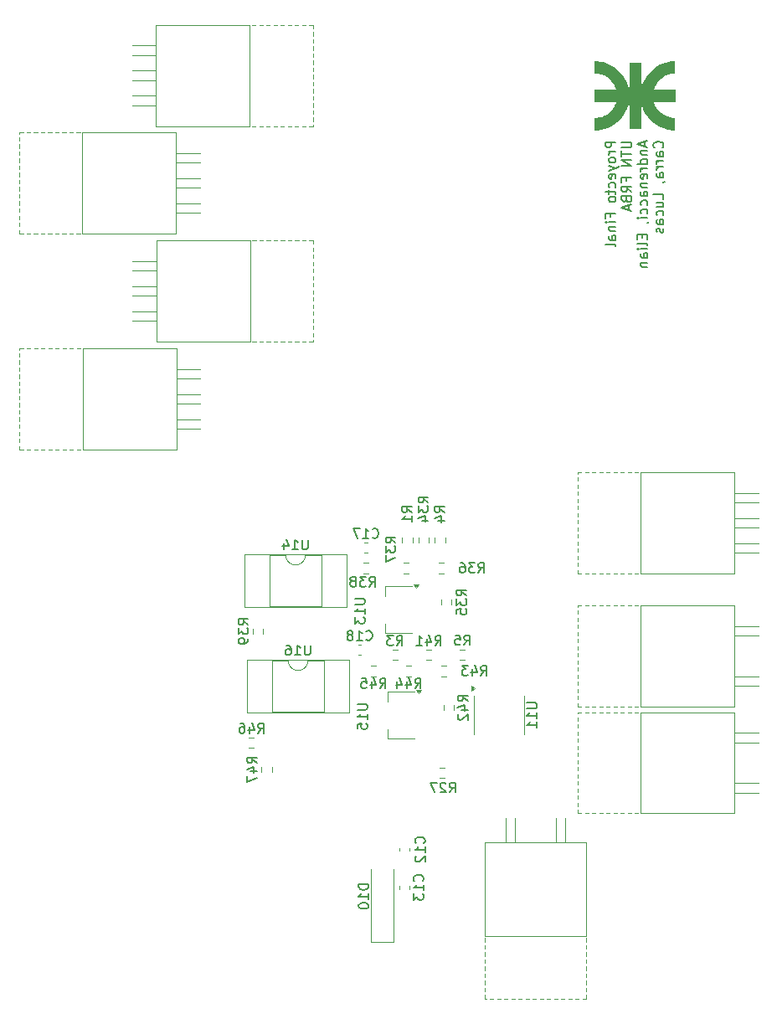
<source format=gbr>
%TF.GenerationSoftware,KiCad,Pcbnew,9.0.3*%
%TF.CreationDate,2025-08-30T18:12:17-03:00*%
%TF.ProjectId,PCB_Conversor,5043425f-436f-46e7-9665-72736f722e6b,rev?*%
%TF.SameCoordinates,Original*%
%TF.FileFunction,Legend,Bot*%
%TF.FilePolarity,Positive*%
%FSLAX46Y46*%
G04 Gerber Fmt 4.6, Leading zero omitted, Abs format (unit mm)*
G04 Created by KiCad (PCBNEW 9.0.3) date 2025-08-30 18:12:17*
%MOMM*%
%LPD*%
G01*
G04 APERTURE LIST*
%ADD10C,0.150000*%
%ADD11C,0.000000*%
%ADD12C,0.120000*%
G04 APERTURE END LIST*
D10*
X126713587Y-60814179D02*
X125713587Y-60814179D01*
X125713587Y-60814179D02*
X125713587Y-61195131D01*
X125713587Y-61195131D02*
X125761206Y-61290369D01*
X125761206Y-61290369D02*
X125808825Y-61337988D01*
X125808825Y-61337988D02*
X125904063Y-61385607D01*
X125904063Y-61385607D02*
X126046920Y-61385607D01*
X126046920Y-61385607D02*
X126142158Y-61337988D01*
X126142158Y-61337988D02*
X126189777Y-61290369D01*
X126189777Y-61290369D02*
X126237396Y-61195131D01*
X126237396Y-61195131D02*
X126237396Y-60814179D01*
X126713587Y-61814179D02*
X126046920Y-61814179D01*
X126237396Y-61814179D02*
X126142158Y-61861798D01*
X126142158Y-61861798D02*
X126094539Y-61909417D01*
X126094539Y-61909417D02*
X126046920Y-62004655D01*
X126046920Y-62004655D02*
X126046920Y-62099893D01*
X126713587Y-62576084D02*
X126665968Y-62480846D01*
X126665968Y-62480846D02*
X126618348Y-62433227D01*
X126618348Y-62433227D02*
X126523110Y-62385608D01*
X126523110Y-62385608D02*
X126237396Y-62385608D01*
X126237396Y-62385608D02*
X126142158Y-62433227D01*
X126142158Y-62433227D02*
X126094539Y-62480846D01*
X126094539Y-62480846D02*
X126046920Y-62576084D01*
X126046920Y-62576084D02*
X126046920Y-62718941D01*
X126046920Y-62718941D02*
X126094539Y-62814179D01*
X126094539Y-62814179D02*
X126142158Y-62861798D01*
X126142158Y-62861798D02*
X126237396Y-62909417D01*
X126237396Y-62909417D02*
X126523110Y-62909417D01*
X126523110Y-62909417D02*
X126618348Y-62861798D01*
X126618348Y-62861798D02*
X126665968Y-62814179D01*
X126665968Y-62814179D02*
X126713587Y-62718941D01*
X126713587Y-62718941D02*
X126713587Y-62576084D01*
X126046920Y-63242751D02*
X126713587Y-63480846D01*
X126046920Y-63718941D02*
X126713587Y-63480846D01*
X126713587Y-63480846D02*
X126951682Y-63385608D01*
X126951682Y-63385608D02*
X126999301Y-63337989D01*
X126999301Y-63337989D02*
X127046920Y-63242751D01*
X126665968Y-64480846D02*
X126713587Y-64385608D01*
X126713587Y-64385608D02*
X126713587Y-64195132D01*
X126713587Y-64195132D02*
X126665968Y-64099894D01*
X126665968Y-64099894D02*
X126570729Y-64052275D01*
X126570729Y-64052275D02*
X126189777Y-64052275D01*
X126189777Y-64052275D02*
X126094539Y-64099894D01*
X126094539Y-64099894D02*
X126046920Y-64195132D01*
X126046920Y-64195132D02*
X126046920Y-64385608D01*
X126046920Y-64385608D02*
X126094539Y-64480846D01*
X126094539Y-64480846D02*
X126189777Y-64528465D01*
X126189777Y-64528465D02*
X126285015Y-64528465D01*
X126285015Y-64528465D02*
X126380253Y-64052275D01*
X126665968Y-65385608D02*
X126713587Y-65290370D01*
X126713587Y-65290370D02*
X126713587Y-65099894D01*
X126713587Y-65099894D02*
X126665968Y-65004656D01*
X126665968Y-65004656D02*
X126618348Y-64957037D01*
X126618348Y-64957037D02*
X126523110Y-64909418D01*
X126523110Y-64909418D02*
X126237396Y-64909418D01*
X126237396Y-64909418D02*
X126142158Y-64957037D01*
X126142158Y-64957037D02*
X126094539Y-65004656D01*
X126094539Y-65004656D02*
X126046920Y-65099894D01*
X126046920Y-65099894D02*
X126046920Y-65290370D01*
X126046920Y-65290370D02*
X126094539Y-65385608D01*
X126046920Y-65671323D02*
X126046920Y-66052275D01*
X125713587Y-65814180D02*
X126570729Y-65814180D01*
X126570729Y-65814180D02*
X126665968Y-65861799D01*
X126665968Y-65861799D02*
X126713587Y-65957037D01*
X126713587Y-65957037D02*
X126713587Y-66052275D01*
X126713587Y-66528466D02*
X126665968Y-66433228D01*
X126665968Y-66433228D02*
X126618348Y-66385609D01*
X126618348Y-66385609D02*
X126523110Y-66337990D01*
X126523110Y-66337990D02*
X126237396Y-66337990D01*
X126237396Y-66337990D02*
X126142158Y-66385609D01*
X126142158Y-66385609D02*
X126094539Y-66433228D01*
X126094539Y-66433228D02*
X126046920Y-66528466D01*
X126046920Y-66528466D02*
X126046920Y-66671323D01*
X126046920Y-66671323D02*
X126094539Y-66766561D01*
X126094539Y-66766561D02*
X126142158Y-66814180D01*
X126142158Y-66814180D02*
X126237396Y-66861799D01*
X126237396Y-66861799D02*
X126523110Y-66861799D01*
X126523110Y-66861799D02*
X126618348Y-66814180D01*
X126618348Y-66814180D02*
X126665968Y-66766561D01*
X126665968Y-66766561D02*
X126713587Y-66671323D01*
X126713587Y-66671323D02*
X126713587Y-66528466D01*
X126189777Y-68385609D02*
X126189777Y-68052276D01*
X126713587Y-68052276D02*
X125713587Y-68052276D01*
X125713587Y-68052276D02*
X125713587Y-68528466D01*
X126713587Y-68909419D02*
X126046920Y-68909419D01*
X125713587Y-68909419D02*
X125761206Y-68861800D01*
X125761206Y-68861800D02*
X125808825Y-68909419D01*
X125808825Y-68909419D02*
X125761206Y-68957038D01*
X125761206Y-68957038D02*
X125713587Y-68909419D01*
X125713587Y-68909419D02*
X125808825Y-68909419D01*
X126046920Y-69385609D02*
X126713587Y-69385609D01*
X126142158Y-69385609D02*
X126094539Y-69433228D01*
X126094539Y-69433228D02*
X126046920Y-69528466D01*
X126046920Y-69528466D02*
X126046920Y-69671323D01*
X126046920Y-69671323D02*
X126094539Y-69766561D01*
X126094539Y-69766561D02*
X126189777Y-69814180D01*
X126189777Y-69814180D02*
X126713587Y-69814180D01*
X126713587Y-70718942D02*
X126189777Y-70718942D01*
X126189777Y-70718942D02*
X126094539Y-70671323D01*
X126094539Y-70671323D02*
X126046920Y-70576085D01*
X126046920Y-70576085D02*
X126046920Y-70385609D01*
X126046920Y-70385609D02*
X126094539Y-70290371D01*
X126665968Y-70718942D02*
X126713587Y-70623704D01*
X126713587Y-70623704D02*
X126713587Y-70385609D01*
X126713587Y-70385609D02*
X126665968Y-70290371D01*
X126665968Y-70290371D02*
X126570729Y-70242752D01*
X126570729Y-70242752D02*
X126475491Y-70242752D01*
X126475491Y-70242752D02*
X126380253Y-70290371D01*
X126380253Y-70290371D02*
X126332634Y-70385609D01*
X126332634Y-70385609D02*
X126332634Y-70623704D01*
X126332634Y-70623704D02*
X126285015Y-70718942D01*
X126713587Y-71337990D02*
X126665968Y-71242752D01*
X126665968Y-71242752D02*
X126570729Y-71195133D01*
X126570729Y-71195133D02*
X125713587Y-71195133D01*
X127323531Y-60814179D02*
X128133054Y-60814179D01*
X128133054Y-60814179D02*
X128228292Y-60861798D01*
X128228292Y-60861798D02*
X128275912Y-60909417D01*
X128275912Y-60909417D02*
X128323531Y-61004655D01*
X128323531Y-61004655D02*
X128323531Y-61195131D01*
X128323531Y-61195131D02*
X128275912Y-61290369D01*
X128275912Y-61290369D02*
X128228292Y-61337988D01*
X128228292Y-61337988D02*
X128133054Y-61385607D01*
X128133054Y-61385607D02*
X127323531Y-61385607D01*
X127323531Y-61718941D02*
X127323531Y-62290369D01*
X128323531Y-62004655D02*
X127323531Y-62004655D01*
X128323531Y-62623703D02*
X127323531Y-62623703D01*
X127323531Y-62623703D02*
X128323531Y-63195131D01*
X128323531Y-63195131D02*
X127323531Y-63195131D01*
X127799721Y-64766560D02*
X127799721Y-64433227D01*
X128323531Y-64433227D02*
X127323531Y-64433227D01*
X127323531Y-64433227D02*
X127323531Y-64909417D01*
X128323531Y-65861798D02*
X127847340Y-65528465D01*
X128323531Y-65290370D02*
X127323531Y-65290370D01*
X127323531Y-65290370D02*
X127323531Y-65671322D01*
X127323531Y-65671322D02*
X127371150Y-65766560D01*
X127371150Y-65766560D02*
X127418769Y-65814179D01*
X127418769Y-65814179D02*
X127514007Y-65861798D01*
X127514007Y-65861798D02*
X127656864Y-65861798D01*
X127656864Y-65861798D02*
X127752102Y-65814179D01*
X127752102Y-65814179D02*
X127799721Y-65766560D01*
X127799721Y-65766560D02*
X127847340Y-65671322D01*
X127847340Y-65671322D02*
X127847340Y-65290370D01*
X127799721Y-66623703D02*
X127847340Y-66766560D01*
X127847340Y-66766560D02*
X127894959Y-66814179D01*
X127894959Y-66814179D02*
X127990197Y-66861798D01*
X127990197Y-66861798D02*
X128133054Y-66861798D01*
X128133054Y-66861798D02*
X128228292Y-66814179D01*
X128228292Y-66814179D02*
X128275912Y-66766560D01*
X128275912Y-66766560D02*
X128323531Y-66671322D01*
X128323531Y-66671322D02*
X128323531Y-66290370D01*
X128323531Y-66290370D02*
X127323531Y-66290370D01*
X127323531Y-66290370D02*
X127323531Y-66623703D01*
X127323531Y-66623703D02*
X127371150Y-66718941D01*
X127371150Y-66718941D02*
X127418769Y-66766560D01*
X127418769Y-66766560D02*
X127514007Y-66814179D01*
X127514007Y-66814179D02*
X127609245Y-66814179D01*
X127609245Y-66814179D02*
X127704483Y-66766560D01*
X127704483Y-66766560D02*
X127752102Y-66718941D01*
X127752102Y-66718941D02*
X127799721Y-66623703D01*
X127799721Y-66623703D02*
X127799721Y-66290370D01*
X128037816Y-67242751D02*
X128037816Y-67718941D01*
X128323531Y-67147513D02*
X127323531Y-67480846D01*
X127323531Y-67480846D02*
X128323531Y-67814179D01*
X129647760Y-60766560D02*
X129647760Y-61242750D01*
X129933475Y-60671322D02*
X128933475Y-61004655D01*
X128933475Y-61004655D02*
X129933475Y-61337988D01*
X129266808Y-61671322D02*
X129933475Y-61671322D01*
X129362046Y-61671322D02*
X129314427Y-61718941D01*
X129314427Y-61718941D02*
X129266808Y-61814179D01*
X129266808Y-61814179D02*
X129266808Y-61957036D01*
X129266808Y-61957036D02*
X129314427Y-62052274D01*
X129314427Y-62052274D02*
X129409665Y-62099893D01*
X129409665Y-62099893D02*
X129933475Y-62099893D01*
X129933475Y-63004655D02*
X128933475Y-63004655D01*
X129885856Y-63004655D02*
X129933475Y-62909417D01*
X129933475Y-62909417D02*
X129933475Y-62718941D01*
X129933475Y-62718941D02*
X129885856Y-62623703D01*
X129885856Y-62623703D02*
X129838236Y-62576084D01*
X129838236Y-62576084D02*
X129742998Y-62528465D01*
X129742998Y-62528465D02*
X129457284Y-62528465D01*
X129457284Y-62528465D02*
X129362046Y-62576084D01*
X129362046Y-62576084D02*
X129314427Y-62623703D01*
X129314427Y-62623703D02*
X129266808Y-62718941D01*
X129266808Y-62718941D02*
X129266808Y-62909417D01*
X129266808Y-62909417D02*
X129314427Y-63004655D01*
X129933475Y-63480846D02*
X129266808Y-63480846D01*
X129457284Y-63480846D02*
X129362046Y-63528465D01*
X129362046Y-63528465D02*
X129314427Y-63576084D01*
X129314427Y-63576084D02*
X129266808Y-63671322D01*
X129266808Y-63671322D02*
X129266808Y-63766560D01*
X129885856Y-64480846D02*
X129933475Y-64385608D01*
X129933475Y-64385608D02*
X129933475Y-64195132D01*
X129933475Y-64195132D02*
X129885856Y-64099894D01*
X129885856Y-64099894D02*
X129790617Y-64052275D01*
X129790617Y-64052275D02*
X129409665Y-64052275D01*
X129409665Y-64052275D02*
X129314427Y-64099894D01*
X129314427Y-64099894D02*
X129266808Y-64195132D01*
X129266808Y-64195132D02*
X129266808Y-64385608D01*
X129266808Y-64385608D02*
X129314427Y-64480846D01*
X129314427Y-64480846D02*
X129409665Y-64528465D01*
X129409665Y-64528465D02*
X129504903Y-64528465D01*
X129504903Y-64528465D02*
X129600141Y-64052275D01*
X129266808Y-64957037D02*
X129933475Y-64957037D01*
X129362046Y-64957037D02*
X129314427Y-65004656D01*
X129314427Y-65004656D02*
X129266808Y-65099894D01*
X129266808Y-65099894D02*
X129266808Y-65242751D01*
X129266808Y-65242751D02*
X129314427Y-65337989D01*
X129314427Y-65337989D02*
X129409665Y-65385608D01*
X129409665Y-65385608D02*
X129933475Y-65385608D01*
X129933475Y-66290370D02*
X129409665Y-66290370D01*
X129409665Y-66290370D02*
X129314427Y-66242751D01*
X129314427Y-66242751D02*
X129266808Y-66147513D01*
X129266808Y-66147513D02*
X129266808Y-65957037D01*
X129266808Y-65957037D02*
X129314427Y-65861799D01*
X129885856Y-66290370D02*
X129933475Y-66195132D01*
X129933475Y-66195132D02*
X129933475Y-65957037D01*
X129933475Y-65957037D02*
X129885856Y-65861799D01*
X129885856Y-65861799D02*
X129790617Y-65814180D01*
X129790617Y-65814180D02*
X129695379Y-65814180D01*
X129695379Y-65814180D02*
X129600141Y-65861799D01*
X129600141Y-65861799D02*
X129552522Y-65957037D01*
X129552522Y-65957037D02*
X129552522Y-66195132D01*
X129552522Y-66195132D02*
X129504903Y-66290370D01*
X129885856Y-67195132D02*
X129933475Y-67099894D01*
X129933475Y-67099894D02*
X129933475Y-66909418D01*
X129933475Y-66909418D02*
X129885856Y-66814180D01*
X129885856Y-66814180D02*
X129838236Y-66766561D01*
X129838236Y-66766561D02*
X129742998Y-66718942D01*
X129742998Y-66718942D02*
X129457284Y-66718942D01*
X129457284Y-66718942D02*
X129362046Y-66766561D01*
X129362046Y-66766561D02*
X129314427Y-66814180D01*
X129314427Y-66814180D02*
X129266808Y-66909418D01*
X129266808Y-66909418D02*
X129266808Y-67099894D01*
X129266808Y-67099894D02*
X129314427Y-67195132D01*
X129885856Y-68052275D02*
X129933475Y-67957037D01*
X129933475Y-67957037D02*
X129933475Y-67766561D01*
X129933475Y-67766561D02*
X129885856Y-67671323D01*
X129885856Y-67671323D02*
X129838236Y-67623704D01*
X129838236Y-67623704D02*
X129742998Y-67576085D01*
X129742998Y-67576085D02*
X129457284Y-67576085D01*
X129457284Y-67576085D02*
X129362046Y-67623704D01*
X129362046Y-67623704D02*
X129314427Y-67671323D01*
X129314427Y-67671323D02*
X129266808Y-67766561D01*
X129266808Y-67766561D02*
X129266808Y-67957037D01*
X129266808Y-67957037D02*
X129314427Y-68052275D01*
X129933475Y-68480847D02*
X129266808Y-68480847D01*
X128933475Y-68480847D02*
X128981094Y-68433228D01*
X128981094Y-68433228D02*
X129028713Y-68480847D01*
X129028713Y-68480847D02*
X128981094Y-68528466D01*
X128981094Y-68528466D02*
X128933475Y-68480847D01*
X128933475Y-68480847D02*
X129028713Y-68480847D01*
X129885856Y-69004656D02*
X129933475Y-69004656D01*
X129933475Y-69004656D02*
X130028713Y-68957037D01*
X130028713Y-68957037D02*
X130076332Y-68909418D01*
X129409665Y-70195132D02*
X129409665Y-70528465D01*
X129933475Y-70671322D02*
X129933475Y-70195132D01*
X129933475Y-70195132D02*
X128933475Y-70195132D01*
X128933475Y-70195132D02*
X128933475Y-70671322D01*
X129933475Y-71242751D02*
X129885856Y-71147513D01*
X129885856Y-71147513D02*
X129790617Y-71099894D01*
X129790617Y-71099894D02*
X128933475Y-71099894D01*
X129933475Y-71623704D02*
X129266808Y-71623704D01*
X128933475Y-71623704D02*
X128981094Y-71576085D01*
X128981094Y-71576085D02*
X129028713Y-71623704D01*
X129028713Y-71623704D02*
X128981094Y-71671323D01*
X128981094Y-71671323D02*
X128933475Y-71623704D01*
X128933475Y-71623704D02*
X129028713Y-71623704D01*
X129933475Y-72528465D02*
X129409665Y-72528465D01*
X129409665Y-72528465D02*
X129314427Y-72480846D01*
X129314427Y-72480846D02*
X129266808Y-72385608D01*
X129266808Y-72385608D02*
X129266808Y-72195132D01*
X129266808Y-72195132D02*
X129314427Y-72099894D01*
X129885856Y-72528465D02*
X129933475Y-72433227D01*
X129933475Y-72433227D02*
X129933475Y-72195132D01*
X129933475Y-72195132D02*
X129885856Y-72099894D01*
X129885856Y-72099894D02*
X129790617Y-72052275D01*
X129790617Y-72052275D02*
X129695379Y-72052275D01*
X129695379Y-72052275D02*
X129600141Y-72099894D01*
X129600141Y-72099894D02*
X129552522Y-72195132D01*
X129552522Y-72195132D02*
X129552522Y-72433227D01*
X129552522Y-72433227D02*
X129504903Y-72528465D01*
X129266808Y-73004656D02*
X129933475Y-73004656D01*
X129362046Y-73004656D02*
X129314427Y-73052275D01*
X129314427Y-73052275D02*
X129266808Y-73147513D01*
X129266808Y-73147513D02*
X129266808Y-73290370D01*
X129266808Y-73290370D02*
X129314427Y-73385608D01*
X129314427Y-73385608D02*
X129409665Y-73433227D01*
X129409665Y-73433227D02*
X129933475Y-73433227D01*
X131448180Y-61385607D02*
X131495800Y-61337988D01*
X131495800Y-61337988D02*
X131543419Y-61195131D01*
X131543419Y-61195131D02*
X131543419Y-61099893D01*
X131543419Y-61099893D02*
X131495800Y-60957036D01*
X131495800Y-60957036D02*
X131400561Y-60861798D01*
X131400561Y-60861798D02*
X131305323Y-60814179D01*
X131305323Y-60814179D02*
X131114847Y-60766560D01*
X131114847Y-60766560D02*
X130971990Y-60766560D01*
X130971990Y-60766560D02*
X130781514Y-60814179D01*
X130781514Y-60814179D02*
X130686276Y-60861798D01*
X130686276Y-60861798D02*
X130591038Y-60957036D01*
X130591038Y-60957036D02*
X130543419Y-61099893D01*
X130543419Y-61099893D02*
X130543419Y-61195131D01*
X130543419Y-61195131D02*
X130591038Y-61337988D01*
X130591038Y-61337988D02*
X130638657Y-61385607D01*
X131543419Y-62242750D02*
X131019609Y-62242750D01*
X131019609Y-62242750D02*
X130924371Y-62195131D01*
X130924371Y-62195131D02*
X130876752Y-62099893D01*
X130876752Y-62099893D02*
X130876752Y-61909417D01*
X130876752Y-61909417D02*
X130924371Y-61814179D01*
X131495800Y-62242750D02*
X131543419Y-62147512D01*
X131543419Y-62147512D02*
X131543419Y-61909417D01*
X131543419Y-61909417D02*
X131495800Y-61814179D01*
X131495800Y-61814179D02*
X131400561Y-61766560D01*
X131400561Y-61766560D02*
X131305323Y-61766560D01*
X131305323Y-61766560D02*
X131210085Y-61814179D01*
X131210085Y-61814179D02*
X131162466Y-61909417D01*
X131162466Y-61909417D02*
X131162466Y-62147512D01*
X131162466Y-62147512D02*
X131114847Y-62242750D01*
X131543419Y-62718941D02*
X130876752Y-62718941D01*
X131067228Y-62718941D02*
X130971990Y-62766560D01*
X130971990Y-62766560D02*
X130924371Y-62814179D01*
X130924371Y-62814179D02*
X130876752Y-62909417D01*
X130876752Y-62909417D02*
X130876752Y-63004655D01*
X131543419Y-63337989D02*
X130876752Y-63337989D01*
X131067228Y-63337989D02*
X130971990Y-63385608D01*
X130971990Y-63385608D02*
X130924371Y-63433227D01*
X130924371Y-63433227D02*
X130876752Y-63528465D01*
X130876752Y-63528465D02*
X130876752Y-63623703D01*
X131543419Y-64385608D02*
X131019609Y-64385608D01*
X131019609Y-64385608D02*
X130924371Y-64337989D01*
X130924371Y-64337989D02*
X130876752Y-64242751D01*
X130876752Y-64242751D02*
X130876752Y-64052275D01*
X130876752Y-64052275D02*
X130924371Y-63957037D01*
X131495800Y-64385608D02*
X131543419Y-64290370D01*
X131543419Y-64290370D02*
X131543419Y-64052275D01*
X131543419Y-64052275D02*
X131495800Y-63957037D01*
X131495800Y-63957037D02*
X131400561Y-63909418D01*
X131400561Y-63909418D02*
X131305323Y-63909418D01*
X131305323Y-63909418D02*
X131210085Y-63957037D01*
X131210085Y-63957037D02*
X131162466Y-64052275D01*
X131162466Y-64052275D02*
X131162466Y-64290370D01*
X131162466Y-64290370D02*
X131114847Y-64385608D01*
X131495800Y-64909418D02*
X131543419Y-64909418D01*
X131543419Y-64909418D02*
X131638657Y-64861799D01*
X131638657Y-64861799D02*
X131686276Y-64814180D01*
X131543419Y-66576084D02*
X131543419Y-66099894D01*
X131543419Y-66099894D02*
X130543419Y-66099894D01*
X130876752Y-67337989D02*
X131543419Y-67337989D01*
X130876752Y-66909418D02*
X131400561Y-66909418D01*
X131400561Y-66909418D02*
X131495800Y-66957037D01*
X131495800Y-66957037D02*
X131543419Y-67052275D01*
X131543419Y-67052275D02*
X131543419Y-67195132D01*
X131543419Y-67195132D02*
X131495800Y-67290370D01*
X131495800Y-67290370D02*
X131448180Y-67337989D01*
X131495800Y-68242751D02*
X131543419Y-68147513D01*
X131543419Y-68147513D02*
X131543419Y-67957037D01*
X131543419Y-67957037D02*
X131495800Y-67861799D01*
X131495800Y-67861799D02*
X131448180Y-67814180D01*
X131448180Y-67814180D02*
X131352942Y-67766561D01*
X131352942Y-67766561D02*
X131067228Y-67766561D01*
X131067228Y-67766561D02*
X130971990Y-67814180D01*
X130971990Y-67814180D02*
X130924371Y-67861799D01*
X130924371Y-67861799D02*
X130876752Y-67957037D01*
X130876752Y-67957037D02*
X130876752Y-68147513D01*
X130876752Y-68147513D02*
X130924371Y-68242751D01*
X131543419Y-69099894D02*
X131019609Y-69099894D01*
X131019609Y-69099894D02*
X130924371Y-69052275D01*
X130924371Y-69052275D02*
X130876752Y-68957037D01*
X130876752Y-68957037D02*
X130876752Y-68766561D01*
X130876752Y-68766561D02*
X130924371Y-68671323D01*
X131495800Y-69099894D02*
X131543419Y-69004656D01*
X131543419Y-69004656D02*
X131543419Y-68766561D01*
X131543419Y-68766561D02*
X131495800Y-68671323D01*
X131495800Y-68671323D02*
X131400561Y-68623704D01*
X131400561Y-68623704D02*
X131305323Y-68623704D01*
X131305323Y-68623704D02*
X131210085Y-68671323D01*
X131210085Y-68671323D02*
X131162466Y-68766561D01*
X131162466Y-68766561D02*
X131162466Y-69004656D01*
X131162466Y-69004656D02*
X131114847Y-69099894D01*
X131495800Y-69528466D02*
X131543419Y-69623704D01*
X131543419Y-69623704D02*
X131543419Y-69814180D01*
X131543419Y-69814180D02*
X131495800Y-69909418D01*
X131495800Y-69909418D02*
X131400561Y-69957037D01*
X131400561Y-69957037D02*
X131352942Y-69957037D01*
X131352942Y-69957037D02*
X131257704Y-69909418D01*
X131257704Y-69909418D02*
X131210085Y-69814180D01*
X131210085Y-69814180D02*
X131210085Y-69671323D01*
X131210085Y-69671323D02*
X131162466Y-69576085D01*
X131162466Y-69576085D02*
X131067228Y-69528466D01*
X131067228Y-69528466D02*
X131019609Y-69528466D01*
X131019609Y-69528466D02*
X130924371Y-69576085D01*
X130924371Y-69576085D02*
X130876752Y-69671323D01*
X130876752Y-69671323D02*
X130876752Y-69814180D01*
X130876752Y-69814180D02*
X130924371Y-69909418D01*
X107343580Y-131702388D02*
X107391200Y-131654769D01*
X107391200Y-131654769D02*
X107438819Y-131511912D01*
X107438819Y-131511912D02*
X107438819Y-131416674D01*
X107438819Y-131416674D02*
X107391200Y-131273817D01*
X107391200Y-131273817D02*
X107295961Y-131178579D01*
X107295961Y-131178579D02*
X107200723Y-131130960D01*
X107200723Y-131130960D02*
X107010247Y-131083341D01*
X107010247Y-131083341D02*
X106867390Y-131083341D01*
X106867390Y-131083341D02*
X106676914Y-131130960D01*
X106676914Y-131130960D02*
X106581676Y-131178579D01*
X106581676Y-131178579D02*
X106486438Y-131273817D01*
X106486438Y-131273817D02*
X106438819Y-131416674D01*
X106438819Y-131416674D02*
X106438819Y-131511912D01*
X106438819Y-131511912D02*
X106486438Y-131654769D01*
X106486438Y-131654769D02*
X106534057Y-131702388D01*
X107438819Y-132654769D02*
X107438819Y-132083341D01*
X107438819Y-132369055D02*
X106438819Y-132369055D01*
X106438819Y-132369055D02*
X106581676Y-132273817D01*
X106581676Y-132273817D02*
X106676914Y-132178579D01*
X106676914Y-132178579D02*
X106724533Y-132083341D01*
X106534057Y-133035722D02*
X106486438Y-133083341D01*
X106486438Y-133083341D02*
X106438819Y-133178579D01*
X106438819Y-133178579D02*
X106438819Y-133416674D01*
X106438819Y-133416674D02*
X106486438Y-133511912D01*
X106486438Y-133511912D02*
X106534057Y-133559531D01*
X106534057Y-133559531D02*
X106629295Y-133607150D01*
X106629295Y-133607150D02*
X106724533Y-133607150D01*
X106724533Y-133607150D02*
X106867390Y-133559531D01*
X106867390Y-133559531D02*
X107438819Y-132988103D01*
X107438819Y-132988103D02*
X107438819Y-133607150D01*
X112833857Y-104352065D02*
X113167190Y-103875874D01*
X113405285Y-104352065D02*
X113405285Y-103352065D01*
X113405285Y-103352065D02*
X113024333Y-103352065D01*
X113024333Y-103352065D02*
X112929095Y-103399684D01*
X112929095Y-103399684D02*
X112881476Y-103447303D01*
X112881476Y-103447303D02*
X112833857Y-103542541D01*
X112833857Y-103542541D02*
X112833857Y-103685398D01*
X112833857Y-103685398D02*
X112881476Y-103780636D01*
X112881476Y-103780636D02*
X112929095Y-103828255D01*
X112929095Y-103828255D02*
X113024333Y-103875874D01*
X113024333Y-103875874D02*
X113405285Y-103875874D01*
X112500523Y-103352065D02*
X111881476Y-103352065D01*
X111881476Y-103352065D02*
X112214809Y-103733017D01*
X112214809Y-103733017D02*
X112071952Y-103733017D01*
X112071952Y-103733017D02*
X111976714Y-103780636D01*
X111976714Y-103780636D02*
X111929095Y-103828255D01*
X111929095Y-103828255D02*
X111881476Y-103923493D01*
X111881476Y-103923493D02*
X111881476Y-104161588D01*
X111881476Y-104161588D02*
X111929095Y-104256826D01*
X111929095Y-104256826D02*
X111976714Y-104304446D01*
X111976714Y-104304446D02*
X112071952Y-104352065D01*
X112071952Y-104352065D02*
X112357666Y-104352065D01*
X112357666Y-104352065D02*
X112452904Y-104304446D01*
X112452904Y-104304446D02*
X112500523Y-104256826D01*
X111024333Y-103352065D02*
X111214809Y-103352065D01*
X111214809Y-103352065D02*
X111310047Y-103399684D01*
X111310047Y-103399684D02*
X111357666Y-103447303D01*
X111357666Y-103447303D02*
X111452904Y-103590160D01*
X111452904Y-103590160D02*
X111500523Y-103780636D01*
X111500523Y-103780636D02*
X111500523Y-104161588D01*
X111500523Y-104161588D02*
X111452904Y-104256826D01*
X111452904Y-104256826D02*
X111405285Y-104304446D01*
X111405285Y-104304446D02*
X111310047Y-104352065D01*
X111310047Y-104352065D02*
X111119571Y-104352065D01*
X111119571Y-104352065D02*
X111024333Y-104304446D01*
X111024333Y-104304446D02*
X110976714Y-104256826D01*
X110976714Y-104256826D02*
X110929095Y-104161588D01*
X110929095Y-104161588D02*
X110929095Y-103923493D01*
X110929095Y-103923493D02*
X110976714Y-103828255D01*
X110976714Y-103828255D02*
X111024333Y-103780636D01*
X111024333Y-103780636D02*
X111119571Y-103733017D01*
X111119571Y-103733017D02*
X111310047Y-103733017D01*
X111310047Y-103733017D02*
X111405285Y-103780636D01*
X111405285Y-103780636D02*
X111452904Y-103828255D01*
X111452904Y-103828255D02*
X111500523Y-103923493D01*
X107769819Y-97274142D02*
X107293628Y-96940809D01*
X107769819Y-96702714D02*
X106769819Y-96702714D01*
X106769819Y-96702714D02*
X106769819Y-97083666D01*
X106769819Y-97083666D02*
X106817438Y-97178904D01*
X106817438Y-97178904D02*
X106865057Y-97226523D01*
X106865057Y-97226523D02*
X106960295Y-97274142D01*
X106960295Y-97274142D02*
X107103152Y-97274142D01*
X107103152Y-97274142D02*
X107198390Y-97226523D01*
X107198390Y-97226523D02*
X107246009Y-97178904D01*
X107246009Y-97178904D02*
X107293628Y-97083666D01*
X107293628Y-97083666D02*
X107293628Y-96702714D01*
X106769819Y-97607476D02*
X106769819Y-98226523D01*
X106769819Y-98226523D02*
X107150771Y-97893190D01*
X107150771Y-97893190D02*
X107150771Y-98036047D01*
X107150771Y-98036047D02*
X107198390Y-98131285D01*
X107198390Y-98131285D02*
X107246009Y-98178904D01*
X107246009Y-98178904D02*
X107341247Y-98226523D01*
X107341247Y-98226523D02*
X107579342Y-98226523D01*
X107579342Y-98226523D02*
X107674580Y-98178904D01*
X107674580Y-98178904D02*
X107722200Y-98131285D01*
X107722200Y-98131285D02*
X107769819Y-98036047D01*
X107769819Y-98036047D02*
X107769819Y-97750333D01*
X107769819Y-97750333D02*
X107722200Y-97655095D01*
X107722200Y-97655095D02*
X107674580Y-97607476D01*
X107103152Y-99083666D02*
X107769819Y-99083666D01*
X106722200Y-98845571D02*
X107436485Y-98607476D01*
X107436485Y-98607476D02*
X107436485Y-99226523D01*
X106118819Y-98258333D02*
X105642628Y-97925000D01*
X106118819Y-97686905D02*
X105118819Y-97686905D01*
X105118819Y-97686905D02*
X105118819Y-98067857D01*
X105118819Y-98067857D02*
X105166438Y-98163095D01*
X105166438Y-98163095D02*
X105214057Y-98210714D01*
X105214057Y-98210714D02*
X105309295Y-98258333D01*
X105309295Y-98258333D02*
X105452152Y-98258333D01*
X105452152Y-98258333D02*
X105547390Y-98210714D01*
X105547390Y-98210714D02*
X105595009Y-98163095D01*
X105595009Y-98163095D02*
X105642628Y-98067857D01*
X105642628Y-98067857D02*
X105642628Y-97686905D01*
X106118819Y-99210714D02*
X106118819Y-98639286D01*
X106118819Y-98925000D02*
X105118819Y-98925000D01*
X105118819Y-98925000D02*
X105261676Y-98829762D01*
X105261676Y-98829762D02*
X105356914Y-98734524D01*
X105356914Y-98734524D02*
X105404533Y-98639286D01*
X117741819Y-117518151D02*
X118551342Y-117518151D01*
X118551342Y-117518151D02*
X118646580Y-117565770D01*
X118646580Y-117565770D02*
X118694200Y-117613389D01*
X118694200Y-117613389D02*
X118741819Y-117708627D01*
X118741819Y-117708627D02*
X118741819Y-117899103D01*
X118741819Y-117899103D02*
X118694200Y-117994341D01*
X118694200Y-117994341D02*
X118646580Y-118041960D01*
X118646580Y-118041960D02*
X118551342Y-118089579D01*
X118551342Y-118089579D02*
X117741819Y-118089579D01*
X118741819Y-119089579D02*
X118741819Y-118518151D01*
X118741819Y-118803865D02*
X117741819Y-118803865D01*
X117741819Y-118803865D02*
X117884676Y-118708627D01*
X117884676Y-118708627D02*
X117979914Y-118613389D01*
X117979914Y-118613389D02*
X118027533Y-118518151D01*
X118741819Y-120041960D02*
X118741819Y-119470532D01*
X118741819Y-119756246D02*
X117741819Y-119756246D01*
X117741819Y-119756246D02*
X117884676Y-119661008D01*
X117884676Y-119661008D02*
X117979914Y-119565770D01*
X117979914Y-119565770D02*
X118027533Y-119470532D01*
X101797857Y-105770819D02*
X102131190Y-105294628D01*
X102369285Y-105770819D02*
X102369285Y-104770819D01*
X102369285Y-104770819D02*
X101988333Y-104770819D01*
X101988333Y-104770819D02*
X101893095Y-104818438D01*
X101893095Y-104818438D02*
X101845476Y-104866057D01*
X101845476Y-104866057D02*
X101797857Y-104961295D01*
X101797857Y-104961295D02*
X101797857Y-105104152D01*
X101797857Y-105104152D02*
X101845476Y-105199390D01*
X101845476Y-105199390D02*
X101893095Y-105247009D01*
X101893095Y-105247009D02*
X101988333Y-105294628D01*
X101988333Y-105294628D02*
X102369285Y-105294628D01*
X101464523Y-104770819D02*
X100845476Y-104770819D01*
X100845476Y-104770819D02*
X101178809Y-105151771D01*
X101178809Y-105151771D02*
X101035952Y-105151771D01*
X101035952Y-105151771D02*
X100940714Y-105199390D01*
X100940714Y-105199390D02*
X100893095Y-105247009D01*
X100893095Y-105247009D02*
X100845476Y-105342247D01*
X100845476Y-105342247D02*
X100845476Y-105580342D01*
X100845476Y-105580342D02*
X100893095Y-105675580D01*
X100893095Y-105675580D02*
X100940714Y-105723200D01*
X100940714Y-105723200D02*
X101035952Y-105770819D01*
X101035952Y-105770819D02*
X101321666Y-105770819D01*
X101321666Y-105770819D02*
X101416904Y-105723200D01*
X101416904Y-105723200D02*
X101464523Y-105675580D01*
X100274047Y-105199390D02*
X100369285Y-105151771D01*
X100369285Y-105151771D02*
X100416904Y-105104152D01*
X100416904Y-105104152D02*
X100464523Y-105008914D01*
X100464523Y-105008914D02*
X100464523Y-104961295D01*
X100464523Y-104961295D02*
X100416904Y-104866057D01*
X100416904Y-104866057D02*
X100369285Y-104818438D01*
X100369285Y-104818438D02*
X100274047Y-104770819D01*
X100274047Y-104770819D02*
X100083571Y-104770819D01*
X100083571Y-104770819D02*
X99988333Y-104818438D01*
X99988333Y-104818438D02*
X99940714Y-104866057D01*
X99940714Y-104866057D02*
X99893095Y-104961295D01*
X99893095Y-104961295D02*
X99893095Y-105008914D01*
X99893095Y-105008914D02*
X99940714Y-105104152D01*
X99940714Y-105104152D02*
X99988333Y-105151771D01*
X99988333Y-105151771D02*
X100083571Y-105199390D01*
X100083571Y-105199390D02*
X100274047Y-105199390D01*
X100274047Y-105199390D02*
X100369285Y-105247009D01*
X100369285Y-105247009D02*
X100416904Y-105294628D01*
X100416904Y-105294628D02*
X100464523Y-105389866D01*
X100464523Y-105389866D02*
X100464523Y-105580342D01*
X100464523Y-105580342D02*
X100416904Y-105675580D01*
X100416904Y-105675580D02*
X100369285Y-105723200D01*
X100369285Y-105723200D02*
X100274047Y-105770819D01*
X100274047Y-105770819D02*
X100083571Y-105770819D01*
X100083571Y-105770819D02*
X99988333Y-105723200D01*
X99988333Y-105723200D02*
X99940714Y-105675580D01*
X99940714Y-105675580D02*
X99893095Y-105580342D01*
X99893095Y-105580342D02*
X99893095Y-105389866D01*
X99893095Y-105389866D02*
X99940714Y-105294628D01*
X99940714Y-105294628D02*
X99988333Y-105247009D01*
X99988333Y-105247009D02*
X100083571Y-105199390D01*
X104560666Y-111706819D02*
X104893999Y-111230628D01*
X105132094Y-111706819D02*
X105132094Y-110706819D01*
X105132094Y-110706819D02*
X104751142Y-110706819D01*
X104751142Y-110706819D02*
X104655904Y-110754438D01*
X104655904Y-110754438D02*
X104608285Y-110802057D01*
X104608285Y-110802057D02*
X104560666Y-110897295D01*
X104560666Y-110897295D02*
X104560666Y-111040152D01*
X104560666Y-111040152D02*
X104608285Y-111135390D01*
X104608285Y-111135390D02*
X104655904Y-111183009D01*
X104655904Y-111183009D02*
X104751142Y-111230628D01*
X104751142Y-111230628D02*
X105132094Y-111230628D01*
X104227332Y-110706819D02*
X103608285Y-110706819D01*
X103608285Y-110706819D02*
X103941618Y-111087771D01*
X103941618Y-111087771D02*
X103798761Y-111087771D01*
X103798761Y-111087771D02*
X103703523Y-111135390D01*
X103703523Y-111135390D02*
X103655904Y-111183009D01*
X103655904Y-111183009D02*
X103608285Y-111278247D01*
X103608285Y-111278247D02*
X103608285Y-111516342D01*
X103608285Y-111516342D02*
X103655904Y-111611580D01*
X103655904Y-111611580D02*
X103703523Y-111659200D01*
X103703523Y-111659200D02*
X103798761Y-111706819D01*
X103798761Y-111706819D02*
X104084475Y-111706819D01*
X104084475Y-111706819D02*
X104179713Y-111659200D01*
X104179713Y-111659200D02*
X104227332Y-111611580D01*
X95586094Y-101022065D02*
X95586094Y-101831588D01*
X95586094Y-101831588D02*
X95538475Y-101926826D01*
X95538475Y-101926826D02*
X95490856Y-101974446D01*
X95490856Y-101974446D02*
X95395618Y-102022065D01*
X95395618Y-102022065D02*
X95205142Y-102022065D01*
X95205142Y-102022065D02*
X95109904Y-101974446D01*
X95109904Y-101974446D02*
X95062285Y-101926826D01*
X95062285Y-101926826D02*
X95014666Y-101831588D01*
X95014666Y-101831588D02*
X95014666Y-101022065D01*
X94014666Y-102022065D02*
X94586094Y-102022065D01*
X94300380Y-102022065D02*
X94300380Y-101022065D01*
X94300380Y-101022065D02*
X94395618Y-101164922D01*
X94395618Y-101164922D02*
X94490856Y-101260160D01*
X94490856Y-101260160D02*
X94586094Y-101307779D01*
X93157523Y-101355398D02*
X93157523Y-102022065D01*
X93395618Y-100974446D02*
X93633713Y-101688731D01*
X93633713Y-101688731D02*
X93014666Y-101688731D01*
X111395166Y-111673819D02*
X111728499Y-111197628D01*
X111966594Y-111673819D02*
X111966594Y-110673819D01*
X111966594Y-110673819D02*
X111585642Y-110673819D01*
X111585642Y-110673819D02*
X111490404Y-110721438D01*
X111490404Y-110721438D02*
X111442785Y-110769057D01*
X111442785Y-110769057D02*
X111395166Y-110864295D01*
X111395166Y-110864295D02*
X111395166Y-111007152D01*
X111395166Y-111007152D02*
X111442785Y-111102390D01*
X111442785Y-111102390D02*
X111490404Y-111150009D01*
X111490404Y-111150009D02*
X111585642Y-111197628D01*
X111585642Y-111197628D02*
X111966594Y-111197628D01*
X110490404Y-110673819D02*
X110966594Y-110673819D01*
X110966594Y-110673819D02*
X111014213Y-111150009D01*
X111014213Y-111150009D02*
X110966594Y-111102390D01*
X110966594Y-111102390D02*
X110871356Y-111054771D01*
X110871356Y-111054771D02*
X110633261Y-111054771D01*
X110633261Y-111054771D02*
X110538023Y-111102390D01*
X110538023Y-111102390D02*
X110490404Y-111150009D01*
X110490404Y-111150009D02*
X110442785Y-111245247D01*
X110442785Y-111245247D02*
X110442785Y-111483342D01*
X110442785Y-111483342D02*
X110490404Y-111578580D01*
X110490404Y-111578580D02*
X110538023Y-111626200D01*
X110538023Y-111626200D02*
X110633261Y-111673819D01*
X110633261Y-111673819D02*
X110871356Y-111673819D01*
X110871356Y-111673819D02*
X110966594Y-111626200D01*
X110966594Y-111626200D02*
X111014213Y-111578580D01*
X100342819Y-106977151D02*
X101152342Y-106977151D01*
X101152342Y-106977151D02*
X101247580Y-107024770D01*
X101247580Y-107024770D02*
X101295200Y-107072389D01*
X101295200Y-107072389D02*
X101342819Y-107167627D01*
X101342819Y-107167627D02*
X101342819Y-107358103D01*
X101342819Y-107358103D02*
X101295200Y-107453341D01*
X101295200Y-107453341D02*
X101247580Y-107500960D01*
X101247580Y-107500960D02*
X101152342Y-107548579D01*
X101152342Y-107548579D02*
X100342819Y-107548579D01*
X101342819Y-108548579D02*
X101342819Y-107977151D01*
X101342819Y-108262865D02*
X100342819Y-108262865D01*
X100342819Y-108262865D02*
X100485676Y-108167627D01*
X100485676Y-108167627D02*
X100580914Y-108072389D01*
X100580914Y-108072389D02*
X100628533Y-107977151D01*
X100342819Y-108881913D02*
X100342819Y-109500960D01*
X100342819Y-109500960D02*
X100723771Y-109167627D01*
X100723771Y-109167627D02*
X100723771Y-109310484D01*
X100723771Y-109310484D02*
X100771390Y-109405722D01*
X100771390Y-109405722D02*
X100819009Y-109453341D01*
X100819009Y-109453341D02*
X100914247Y-109500960D01*
X100914247Y-109500960D02*
X101152342Y-109500960D01*
X101152342Y-109500960D02*
X101247580Y-109453341D01*
X101247580Y-109453341D02*
X101295200Y-109405722D01*
X101295200Y-109405722D02*
X101342819Y-109310484D01*
X101342819Y-109310484D02*
X101342819Y-109024770D01*
X101342819Y-109024770D02*
X101295200Y-108929532D01*
X101295200Y-108929532D02*
X101247580Y-108881913D01*
X90545857Y-120575065D02*
X90879190Y-120098874D01*
X91117285Y-120575065D02*
X91117285Y-119575065D01*
X91117285Y-119575065D02*
X90736333Y-119575065D01*
X90736333Y-119575065D02*
X90641095Y-119622684D01*
X90641095Y-119622684D02*
X90593476Y-119670303D01*
X90593476Y-119670303D02*
X90545857Y-119765541D01*
X90545857Y-119765541D02*
X90545857Y-119908398D01*
X90545857Y-119908398D02*
X90593476Y-120003636D01*
X90593476Y-120003636D02*
X90641095Y-120051255D01*
X90641095Y-120051255D02*
X90736333Y-120098874D01*
X90736333Y-120098874D02*
X91117285Y-120098874D01*
X89688714Y-119908398D02*
X89688714Y-120575065D01*
X89926809Y-119527446D02*
X90164904Y-120241731D01*
X90164904Y-120241731D02*
X89545857Y-120241731D01*
X88736333Y-119575065D02*
X88926809Y-119575065D01*
X88926809Y-119575065D02*
X89022047Y-119622684D01*
X89022047Y-119622684D02*
X89069666Y-119670303D01*
X89069666Y-119670303D02*
X89164904Y-119813160D01*
X89164904Y-119813160D02*
X89212523Y-120003636D01*
X89212523Y-120003636D02*
X89212523Y-120384588D01*
X89212523Y-120384588D02*
X89164904Y-120479826D01*
X89164904Y-120479826D02*
X89117285Y-120527446D01*
X89117285Y-120527446D02*
X89022047Y-120575065D01*
X89022047Y-120575065D02*
X88831571Y-120575065D01*
X88831571Y-120575065D02*
X88736333Y-120527446D01*
X88736333Y-120527446D02*
X88688714Y-120479826D01*
X88688714Y-120479826D02*
X88641095Y-120384588D01*
X88641095Y-120384588D02*
X88641095Y-120146493D01*
X88641095Y-120146493D02*
X88688714Y-120051255D01*
X88688714Y-120051255D02*
X88736333Y-120003636D01*
X88736333Y-120003636D02*
X88831571Y-119956017D01*
X88831571Y-119956017D02*
X89022047Y-119956017D01*
X89022047Y-119956017D02*
X89117285Y-120003636D01*
X89117285Y-120003636D02*
X89164904Y-120051255D01*
X89164904Y-120051255D02*
X89212523Y-120146493D01*
X90451819Y-123607388D02*
X89975628Y-123274055D01*
X90451819Y-123035960D02*
X89451819Y-123035960D01*
X89451819Y-123035960D02*
X89451819Y-123416912D01*
X89451819Y-123416912D02*
X89499438Y-123512150D01*
X89499438Y-123512150D02*
X89547057Y-123559769D01*
X89547057Y-123559769D02*
X89642295Y-123607388D01*
X89642295Y-123607388D02*
X89785152Y-123607388D01*
X89785152Y-123607388D02*
X89880390Y-123559769D01*
X89880390Y-123559769D02*
X89928009Y-123512150D01*
X89928009Y-123512150D02*
X89975628Y-123416912D01*
X89975628Y-123416912D02*
X89975628Y-123035960D01*
X89785152Y-124464531D02*
X90451819Y-124464531D01*
X89404200Y-124226436D02*
X90118485Y-123988341D01*
X90118485Y-123988341D02*
X90118485Y-124607388D01*
X89451819Y-124893103D02*
X89451819Y-125559769D01*
X89451819Y-125559769D02*
X90451819Y-125131198D01*
X101480857Y-111103580D02*
X101528476Y-111151200D01*
X101528476Y-111151200D02*
X101671333Y-111198819D01*
X101671333Y-111198819D02*
X101766571Y-111198819D01*
X101766571Y-111198819D02*
X101909428Y-111151200D01*
X101909428Y-111151200D02*
X102004666Y-111055961D01*
X102004666Y-111055961D02*
X102052285Y-110960723D01*
X102052285Y-110960723D02*
X102099904Y-110770247D01*
X102099904Y-110770247D02*
X102099904Y-110627390D01*
X102099904Y-110627390D02*
X102052285Y-110436914D01*
X102052285Y-110436914D02*
X102004666Y-110341676D01*
X102004666Y-110341676D02*
X101909428Y-110246438D01*
X101909428Y-110246438D02*
X101766571Y-110198819D01*
X101766571Y-110198819D02*
X101671333Y-110198819D01*
X101671333Y-110198819D02*
X101528476Y-110246438D01*
X101528476Y-110246438D02*
X101480857Y-110294057D01*
X100528476Y-111198819D02*
X101099904Y-111198819D01*
X100814190Y-111198819D02*
X100814190Y-110198819D01*
X100814190Y-110198819D02*
X100909428Y-110341676D01*
X100909428Y-110341676D02*
X101004666Y-110436914D01*
X101004666Y-110436914D02*
X101099904Y-110484533D01*
X99957047Y-110627390D02*
X100052285Y-110579771D01*
X100052285Y-110579771D02*
X100099904Y-110532152D01*
X100099904Y-110532152D02*
X100147523Y-110436914D01*
X100147523Y-110436914D02*
X100147523Y-110389295D01*
X100147523Y-110389295D02*
X100099904Y-110294057D01*
X100099904Y-110294057D02*
X100052285Y-110246438D01*
X100052285Y-110246438D02*
X99957047Y-110198819D01*
X99957047Y-110198819D02*
X99766571Y-110198819D01*
X99766571Y-110198819D02*
X99671333Y-110246438D01*
X99671333Y-110246438D02*
X99623714Y-110294057D01*
X99623714Y-110294057D02*
X99576095Y-110389295D01*
X99576095Y-110389295D02*
X99576095Y-110436914D01*
X99576095Y-110436914D02*
X99623714Y-110532152D01*
X99623714Y-110532152D02*
X99671333Y-110579771D01*
X99671333Y-110579771D02*
X99766571Y-110627390D01*
X99766571Y-110627390D02*
X99957047Y-110627390D01*
X99957047Y-110627390D02*
X100052285Y-110675009D01*
X100052285Y-110675009D02*
X100099904Y-110722628D01*
X100099904Y-110722628D02*
X100147523Y-110817866D01*
X100147523Y-110817866D02*
X100147523Y-111008342D01*
X100147523Y-111008342D02*
X100099904Y-111103580D01*
X100099904Y-111103580D02*
X100052285Y-111151200D01*
X100052285Y-111151200D02*
X99957047Y-111198819D01*
X99957047Y-111198819D02*
X99766571Y-111198819D01*
X99766571Y-111198819D02*
X99671333Y-111151200D01*
X99671333Y-111151200D02*
X99623714Y-111103580D01*
X99623714Y-111103580D02*
X99576095Y-111008342D01*
X99576095Y-111008342D02*
X99576095Y-110817866D01*
X99576095Y-110817866D02*
X99623714Y-110722628D01*
X99623714Y-110722628D02*
X99671333Y-110675009D01*
X99671333Y-110675009D02*
X99766571Y-110627390D01*
X95840094Y-111690065D02*
X95840094Y-112499588D01*
X95840094Y-112499588D02*
X95792475Y-112594826D01*
X95792475Y-112594826D02*
X95744856Y-112642446D01*
X95744856Y-112642446D02*
X95649618Y-112690065D01*
X95649618Y-112690065D02*
X95459142Y-112690065D01*
X95459142Y-112690065D02*
X95363904Y-112642446D01*
X95363904Y-112642446D02*
X95316285Y-112594826D01*
X95316285Y-112594826D02*
X95268666Y-112499588D01*
X95268666Y-112499588D02*
X95268666Y-111690065D01*
X94268666Y-112690065D02*
X94840094Y-112690065D01*
X94554380Y-112690065D02*
X94554380Y-111690065D01*
X94554380Y-111690065D02*
X94649618Y-111832922D01*
X94649618Y-111832922D02*
X94744856Y-111928160D01*
X94744856Y-111928160D02*
X94840094Y-111975779D01*
X93411523Y-111690065D02*
X93601999Y-111690065D01*
X93601999Y-111690065D02*
X93697237Y-111737684D01*
X93697237Y-111737684D02*
X93744856Y-111785303D01*
X93744856Y-111785303D02*
X93840094Y-111928160D01*
X93840094Y-111928160D02*
X93887713Y-112118636D01*
X93887713Y-112118636D02*
X93887713Y-112499588D01*
X93887713Y-112499588D02*
X93840094Y-112594826D01*
X93840094Y-112594826D02*
X93792475Y-112642446D01*
X93792475Y-112642446D02*
X93697237Y-112690065D01*
X93697237Y-112690065D02*
X93506761Y-112690065D01*
X93506761Y-112690065D02*
X93411523Y-112642446D01*
X93411523Y-112642446D02*
X93363904Y-112594826D01*
X93363904Y-112594826D02*
X93316285Y-112499588D01*
X93316285Y-112499588D02*
X93316285Y-112261493D01*
X93316285Y-112261493D02*
X93363904Y-112166255D01*
X93363904Y-112166255D02*
X93411523Y-112118636D01*
X93411523Y-112118636D02*
X93506761Y-112071017D01*
X93506761Y-112071017D02*
X93697237Y-112071017D01*
X93697237Y-112071017D02*
X93792475Y-112118636D01*
X93792475Y-112118636D02*
X93840094Y-112166255D01*
X93840094Y-112166255D02*
X93887713Y-112261493D01*
X109912857Y-126577065D02*
X110246190Y-126100874D01*
X110484285Y-126577065D02*
X110484285Y-125577065D01*
X110484285Y-125577065D02*
X110103333Y-125577065D01*
X110103333Y-125577065D02*
X110008095Y-125624684D01*
X110008095Y-125624684D02*
X109960476Y-125672303D01*
X109960476Y-125672303D02*
X109912857Y-125767541D01*
X109912857Y-125767541D02*
X109912857Y-125910398D01*
X109912857Y-125910398D02*
X109960476Y-126005636D01*
X109960476Y-126005636D02*
X110008095Y-126053255D01*
X110008095Y-126053255D02*
X110103333Y-126100874D01*
X110103333Y-126100874D02*
X110484285Y-126100874D01*
X109531904Y-125672303D02*
X109484285Y-125624684D01*
X109484285Y-125624684D02*
X109389047Y-125577065D01*
X109389047Y-125577065D02*
X109150952Y-125577065D01*
X109150952Y-125577065D02*
X109055714Y-125624684D01*
X109055714Y-125624684D02*
X109008095Y-125672303D01*
X109008095Y-125672303D02*
X108960476Y-125767541D01*
X108960476Y-125767541D02*
X108960476Y-125862779D01*
X108960476Y-125862779D02*
X109008095Y-126005636D01*
X109008095Y-126005636D02*
X109579523Y-126577065D01*
X109579523Y-126577065D02*
X108960476Y-126577065D01*
X108627142Y-125577065D02*
X107960476Y-125577065D01*
X107960476Y-125577065D02*
X108389047Y-126577065D01*
X102877857Y-116024819D02*
X103211190Y-115548628D01*
X103449285Y-116024819D02*
X103449285Y-115024819D01*
X103449285Y-115024819D02*
X103068333Y-115024819D01*
X103068333Y-115024819D02*
X102973095Y-115072438D01*
X102973095Y-115072438D02*
X102925476Y-115120057D01*
X102925476Y-115120057D02*
X102877857Y-115215295D01*
X102877857Y-115215295D02*
X102877857Y-115358152D01*
X102877857Y-115358152D02*
X102925476Y-115453390D01*
X102925476Y-115453390D02*
X102973095Y-115501009D01*
X102973095Y-115501009D02*
X103068333Y-115548628D01*
X103068333Y-115548628D02*
X103449285Y-115548628D01*
X102020714Y-115358152D02*
X102020714Y-116024819D01*
X102258809Y-114977200D02*
X102496904Y-115691485D01*
X102496904Y-115691485D02*
X101877857Y-115691485D01*
X101020714Y-115024819D02*
X101496904Y-115024819D01*
X101496904Y-115024819D02*
X101544523Y-115501009D01*
X101544523Y-115501009D02*
X101496904Y-115453390D01*
X101496904Y-115453390D02*
X101401666Y-115405771D01*
X101401666Y-115405771D02*
X101163571Y-115405771D01*
X101163571Y-115405771D02*
X101068333Y-115453390D01*
X101068333Y-115453390D02*
X101020714Y-115501009D01*
X101020714Y-115501009D02*
X100973095Y-115596247D01*
X100973095Y-115596247D02*
X100973095Y-115834342D01*
X100973095Y-115834342D02*
X101020714Y-115929580D01*
X101020714Y-115929580D02*
X101068333Y-115977200D01*
X101068333Y-115977200D02*
X101163571Y-116024819D01*
X101163571Y-116024819D02*
X101401666Y-116024819D01*
X101401666Y-116024819D02*
X101496904Y-115977200D01*
X101496904Y-115977200D02*
X101544523Y-115929580D01*
X111629819Y-106683388D02*
X111153628Y-106350055D01*
X111629819Y-106111960D02*
X110629819Y-106111960D01*
X110629819Y-106111960D02*
X110629819Y-106492912D01*
X110629819Y-106492912D02*
X110677438Y-106588150D01*
X110677438Y-106588150D02*
X110725057Y-106635769D01*
X110725057Y-106635769D02*
X110820295Y-106683388D01*
X110820295Y-106683388D02*
X110963152Y-106683388D01*
X110963152Y-106683388D02*
X111058390Y-106635769D01*
X111058390Y-106635769D02*
X111106009Y-106588150D01*
X111106009Y-106588150D02*
X111153628Y-106492912D01*
X111153628Y-106492912D02*
X111153628Y-106111960D01*
X110629819Y-107016722D02*
X110629819Y-107635769D01*
X110629819Y-107635769D02*
X111010771Y-107302436D01*
X111010771Y-107302436D02*
X111010771Y-107445293D01*
X111010771Y-107445293D02*
X111058390Y-107540531D01*
X111058390Y-107540531D02*
X111106009Y-107588150D01*
X111106009Y-107588150D02*
X111201247Y-107635769D01*
X111201247Y-107635769D02*
X111439342Y-107635769D01*
X111439342Y-107635769D02*
X111534580Y-107588150D01*
X111534580Y-107588150D02*
X111582200Y-107540531D01*
X111582200Y-107540531D02*
X111629819Y-107445293D01*
X111629819Y-107445293D02*
X111629819Y-107159579D01*
X111629819Y-107159579D02*
X111582200Y-107064341D01*
X111582200Y-107064341D02*
X111534580Y-107016722D01*
X110629819Y-108540531D02*
X110629819Y-108064341D01*
X110629819Y-108064341D02*
X111106009Y-108016722D01*
X111106009Y-108016722D02*
X111058390Y-108064341D01*
X111058390Y-108064341D02*
X111010771Y-108159579D01*
X111010771Y-108159579D02*
X111010771Y-108397674D01*
X111010771Y-108397674D02*
X111058390Y-108492912D01*
X111058390Y-108492912D02*
X111106009Y-108540531D01*
X111106009Y-108540531D02*
X111201247Y-108588150D01*
X111201247Y-108588150D02*
X111439342Y-108588150D01*
X111439342Y-108588150D02*
X111534580Y-108540531D01*
X111534580Y-108540531D02*
X111582200Y-108492912D01*
X111582200Y-108492912D02*
X111629819Y-108397674D01*
X111629819Y-108397674D02*
X111629819Y-108159579D01*
X111629819Y-108159579D02*
X111582200Y-108064341D01*
X111582200Y-108064341D02*
X111534580Y-108016722D01*
X89562819Y-109627888D02*
X89086628Y-109294555D01*
X89562819Y-109056460D02*
X88562819Y-109056460D01*
X88562819Y-109056460D02*
X88562819Y-109437412D01*
X88562819Y-109437412D02*
X88610438Y-109532650D01*
X88610438Y-109532650D02*
X88658057Y-109580269D01*
X88658057Y-109580269D02*
X88753295Y-109627888D01*
X88753295Y-109627888D02*
X88896152Y-109627888D01*
X88896152Y-109627888D02*
X88991390Y-109580269D01*
X88991390Y-109580269D02*
X89039009Y-109532650D01*
X89039009Y-109532650D02*
X89086628Y-109437412D01*
X89086628Y-109437412D02*
X89086628Y-109056460D01*
X88562819Y-109961222D02*
X88562819Y-110580269D01*
X88562819Y-110580269D02*
X88943771Y-110246936D01*
X88943771Y-110246936D02*
X88943771Y-110389793D01*
X88943771Y-110389793D02*
X88991390Y-110485031D01*
X88991390Y-110485031D02*
X89039009Y-110532650D01*
X89039009Y-110532650D02*
X89134247Y-110580269D01*
X89134247Y-110580269D02*
X89372342Y-110580269D01*
X89372342Y-110580269D02*
X89467580Y-110532650D01*
X89467580Y-110532650D02*
X89515200Y-110485031D01*
X89515200Y-110485031D02*
X89562819Y-110389793D01*
X89562819Y-110389793D02*
X89562819Y-110104079D01*
X89562819Y-110104079D02*
X89515200Y-110008841D01*
X89515200Y-110008841D02*
X89467580Y-109961222D01*
X89562819Y-111056460D02*
X89562819Y-111246936D01*
X89562819Y-111246936D02*
X89515200Y-111342174D01*
X89515200Y-111342174D02*
X89467580Y-111389793D01*
X89467580Y-111389793D02*
X89324723Y-111485031D01*
X89324723Y-111485031D02*
X89134247Y-111532650D01*
X89134247Y-111532650D02*
X88753295Y-111532650D01*
X88753295Y-111532650D02*
X88658057Y-111485031D01*
X88658057Y-111485031D02*
X88610438Y-111437412D01*
X88610438Y-111437412D02*
X88562819Y-111342174D01*
X88562819Y-111342174D02*
X88562819Y-111151698D01*
X88562819Y-111151698D02*
X88610438Y-111056460D01*
X88610438Y-111056460D02*
X88658057Y-111008841D01*
X88658057Y-111008841D02*
X88753295Y-110961222D01*
X88753295Y-110961222D02*
X88991390Y-110961222D01*
X88991390Y-110961222D02*
X89086628Y-111008841D01*
X89086628Y-111008841D02*
X89134247Y-111056460D01*
X89134247Y-111056460D02*
X89181866Y-111151698D01*
X89181866Y-111151698D02*
X89181866Y-111342174D01*
X89181866Y-111342174D02*
X89134247Y-111437412D01*
X89134247Y-111437412D02*
X89086628Y-111485031D01*
X89086628Y-111485031D02*
X88991390Y-111532650D01*
X111756819Y-117351387D02*
X111280628Y-117018054D01*
X111756819Y-116779959D02*
X110756819Y-116779959D01*
X110756819Y-116779959D02*
X110756819Y-117160911D01*
X110756819Y-117160911D02*
X110804438Y-117256149D01*
X110804438Y-117256149D02*
X110852057Y-117303768D01*
X110852057Y-117303768D02*
X110947295Y-117351387D01*
X110947295Y-117351387D02*
X111090152Y-117351387D01*
X111090152Y-117351387D02*
X111185390Y-117303768D01*
X111185390Y-117303768D02*
X111233009Y-117256149D01*
X111233009Y-117256149D02*
X111280628Y-117160911D01*
X111280628Y-117160911D02*
X111280628Y-116779959D01*
X111090152Y-118208530D02*
X111756819Y-118208530D01*
X110709200Y-117970435D02*
X111423485Y-117732340D01*
X111423485Y-117732340D02*
X111423485Y-118351387D01*
X110852057Y-118684721D02*
X110804438Y-118732340D01*
X110804438Y-118732340D02*
X110756819Y-118827578D01*
X110756819Y-118827578D02*
X110756819Y-119065673D01*
X110756819Y-119065673D02*
X110804438Y-119160911D01*
X110804438Y-119160911D02*
X110852057Y-119208530D01*
X110852057Y-119208530D02*
X110947295Y-119256149D01*
X110947295Y-119256149D02*
X111042533Y-119256149D01*
X111042533Y-119256149D02*
X111185390Y-119208530D01*
X111185390Y-119208530D02*
X111756819Y-118637102D01*
X111756819Y-118637102D02*
X111756819Y-119256149D01*
X109420819Y-98258333D02*
X108944628Y-97925000D01*
X109420819Y-97686905D02*
X108420819Y-97686905D01*
X108420819Y-97686905D02*
X108420819Y-98067857D01*
X108420819Y-98067857D02*
X108468438Y-98163095D01*
X108468438Y-98163095D02*
X108516057Y-98210714D01*
X108516057Y-98210714D02*
X108611295Y-98258333D01*
X108611295Y-98258333D02*
X108754152Y-98258333D01*
X108754152Y-98258333D02*
X108849390Y-98210714D01*
X108849390Y-98210714D02*
X108897009Y-98163095D01*
X108897009Y-98163095D02*
X108944628Y-98067857D01*
X108944628Y-98067857D02*
X108944628Y-97686905D01*
X108754152Y-99115476D02*
X109420819Y-99115476D01*
X108373200Y-98877381D02*
X109087485Y-98639286D01*
X109087485Y-98639286D02*
X109087485Y-99258333D01*
X106433857Y-116024819D02*
X106767190Y-115548628D01*
X107005285Y-116024819D02*
X107005285Y-115024819D01*
X107005285Y-115024819D02*
X106624333Y-115024819D01*
X106624333Y-115024819D02*
X106529095Y-115072438D01*
X106529095Y-115072438D02*
X106481476Y-115120057D01*
X106481476Y-115120057D02*
X106433857Y-115215295D01*
X106433857Y-115215295D02*
X106433857Y-115358152D01*
X106433857Y-115358152D02*
X106481476Y-115453390D01*
X106481476Y-115453390D02*
X106529095Y-115501009D01*
X106529095Y-115501009D02*
X106624333Y-115548628D01*
X106624333Y-115548628D02*
X107005285Y-115548628D01*
X105576714Y-115358152D02*
X105576714Y-116024819D01*
X105814809Y-114977200D02*
X106052904Y-115691485D01*
X106052904Y-115691485D02*
X105433857Y-115691485D01*
X104624333Y-115358152D02*
X104624333Y-116024819D01*
X104862428Y-114977200D02*
X105100523Y-115691485D01*
X105100523Y-115691485D02*
X104481476Y-115691485D01*
X108465857Y-111706819D02*
X108799190Y-111230628D01*
X109037285Y-111706819D02*
X109037285Y-110706819D01*
X109037285Y-110706819D02*
X108656333Y-110706819D01*
X108656333Y-110706819D02*
X108561095Y-110754438D01*
X108561095Y-110754438D02*
X108513476Y-110802057D01*
X108513476Y-110802057D02*
X108465857Y-110897295D01*
X108465857Y-110897295D02*
X108465857Y-111040152D01*
X108465857Y-111040152D02*
X108513476Y-111135390D01*
X108513476Y-111135390D02*
X108561095Y-111183009D01*
X108561095Y-111183009D02*
X108656333Y-111230628D01*
X108656333Y-111230628D02*
X109037285Y-111230628D01*
X107608714Y-111040152D02*
X107608714Y-111706819D01*
X107846809Y-110659200D02*
X108084904Y-111373485D01*
X108084904Y-111373485D02*
X107465857Y-111373485D01*
X106561095Y-111706819D02*
X107132523Y-111706819D01*
X106846809Y-111706819D02*
X106846809Y-110706819D01*
X106846809Y-110706819D02*
X106942047Y-110849676D01*
X106942047Y-110849676D02*
X107037285Y-110944914D01*
X107037285Y-110944914D02*
X107132523Y-110992533D01*
X102115857Y-100783580D02*
X102163476Y-100831200D01*
X102163476Y-100831200D02*
X102306333Y-100878819D01*
X102306333Y-100878819D02*
X102401571Y-100878819D01*
X102401571Y-100878819D02*
X102544428Y-100831200D01*
X102544428Y-100831200D02*
X102639666Y-100735961D01*
X102639666Y-100735961D02*
X102687285Y-100640723D01*
X102687285Y-100640723D02*
X102734904Y-100450247D01*
X102734904Y-100450247D02*
X102734904Y-100307390D01*
X102734904Y-100307390D02*
X102687285Y-100116914D01*
X102687285Y-100116914D02*
X102639666Y-100021676D01*
X102639666Y-100021676D02*
X102544428Y-99926438D01*
X102544428Y-99926438D02*
X102401571Y-99878819D01*
X102401571Y-99878819D02*
X102306333Y-99878819D01*
X102306333Y-99878819D02*
X102163476Y-99926438D01*
X102163476Y-99926438D02*
X102115857Y-99974057D01*
X101163476Y-100878819D02*
X101734904Y-100878819D01*
X101449190Y-100878819D02*
X101449190Y-99878819D01*
X101449190Y-99878819D02*
X101544428Y-100021676D01*
X101544428Y-100021676D02*
X101639666Y-100116914D01*
X101639666Y-100116914D02*
X101734904Y-100164533D01*
X100830142Y-99878819D02*
X100163476Y-99878819D01*
X100163476Y-99878819D02*
X100592047Y-100878819D01*
X101723819Y-135853769D02*
X100723819Y-135853769D01*
X100723819Y-135853769D02*
X100723819Y-136091864D01*
X100723819Y-136091864D02*
X100771438Y-136234721D01*
X100771438Y-136234721D02*
X100866676Y-136329959D01*
X100866676Y-136329959D02*
X100961914Y-136377578D01*
X100961914Y-136377578D02*
X101152390Y-136425197D01*
X101152390Y-136425197D02*
X101295247Y-136425197D01*
X101295247Y-136425197D02*
X101485723Y-136377578D01*
X101485723Y-136377578D02*
X101580961Y-136329959D01*
X101580961Y-136329959D02*
X101676200Y-136234721D01*
X101676200Y-136234721D02*
X101723819Y-136091864D01*
X101723819Y-136091864D02*
X101723819Y-135853769D01*
X101723819Y-137377578D02*
X101723819Y-136806150D01*
X101723819Y-137091864D02*
X100723819Y-137091864D01*
X100723819Y-137091864D02*
X100866676Y-136996626D01*
X100866676Y-136996626D02*
X100961914Y-136901388D01*
X100961914Y-136901388D02*
X101009533Y-136806150D01*
X100723819Y-137996626D02*
X100723819Y-138091864D01*
X100723819Y-138091864D02*
X100771438Y-138187102D01*
X100771438Y-138187102D02*
X100819057Y-138234721D01*
X100819057Y-138234721D02*
X100914295Y-138282340D01*
X100914295Y-138282340D02*
X101104771Y-138329959D01*
X101104771Y-138329959D02*
X101342866Y-138329959D01*
X101342866Y-138329959D02*
X101533342Y-138282340D01*
X101533342Y-138282340D02*
X101628580Y-138234721D01*
X101628580Y-138234721D02*
X101676200Y-138187102D01*
X101676200Y-138187102D02*
X101723819Y-138091864D01*
X101723819Y-138091864D02*
X101723819Y-137996626D01*
X101723819Y-137996626D02*
X101676200Y-137901388D01*
X101676200Y-137901388D02*
X101628580Y-137853769D01*
X101628580Y-137853769D02*
X101533342Y-137806150D01*
X101533342Y-137806150D02*
X101342866Y-137758531D01*
X101342866Y-137758531D02*
X101104771Y-137758531D01*
X101104771Y-137758531D02*
X100914295Y-137806150D01*
X100914295Y-137806150D02*
X100819057Y-137853769D01*
X100819057Y-137853769D02*
X100771438Y-137901388D01*
X100771438Y-137901388D02*
X100723819Y-137996626D01*
X100596819Y-117645151D02*
X101406342Y-117645151D01*
X101406342Y-117645151D02*
X101501580Y-117692770D01*
X101501580Y-117692770D02*
X101549200Y-117740389D01*
X101549200Y-117740389D02*
X101596819Y-117835627D01*
X101596819Y-117835627D02*
X101596819Y-118026103D01*
X101596819Y-118026103D02*
X101549200Y-118121341D01*
X101549200Y-118121341D02*
X101501580Y-118168960D01*
X101501580Y-118168960D02*
X101406342Y-118216579D01*
X101406342Y-118216579D02*
X100596819Y-118216579D01*
X101596819Y-119216579D02*
X101596819Y-118645151D01*
X101596819Y-118930865D02*
X100596819Y-118930865D01*
X100596819Y-118930865D02*
X100739676Y-118835627D01*
X100739676Y-118835627D02*
X100834914Y-118740389D01*
X100834914Y-118740389D02*
X100882533Y-118645151D01*
X100596819Y-120121341D02*
X100596819Y-119645151D01*
X100596819Y-119645151D02*
X101073009Y-119597532D01*
X101073009Y-119597532D02*
X101025390Y-119645151D01*
X101025390Y-119645151D02*
X100977771Y-119740389D01*
X100977771Y-119740389D02*
X100977771Y-119978484D01*
X100977771Y-119978484D02*
X101025390Y-120073722D01*
X101025390Y-120073722D02*
X101073009Y-120121341D01*
X101073009Y-120121341D02*
X101168247Y-120168960D01*
X101168247Y-120168960D02*
X101406342Y-120168960D01*
X101406342Y-120168960D02*
X101501580Y-120121341D01*
X101501580Y-120121341D02*
X101549200Y-120073722D01*
X101549200Y-120073722D02*
X101596819Y-119978484D01*
X101596819Y-119978484D02*
X101596819Y-119740389D01*
X101596819Y-119740389D02*
X101549200Y-119645151D01*
X101549200Y-119645151D02*
X101501580Y-119597532D01*
X104467819Y-101338142D02*
X103991628Y-101004809D01*
X104467819Y-100766714D02*
X103467819Y-100766714D01*
X103467819Y-100766714D02*
X103467819Y-101147666D01*
X103467819Y-101147666D02*
X103515438Y-101242904D01*
X103515438Y-101242904D02*
X103563057Y-101290523D01*
X103563057Y-101290523D02*
X103658295Y-101338142D01*
X103658295Y-101338142D02*
X103801152Y-101338142D01*
X103801152Y-101338142D02*
X103896390Y-101290523D01*
X103896390Y-101290523D02*
X103944009Y-101242904D01*
X103944009Y-101242904D02*
X103991628Y-101147666D01*
X103991628Y-101147666D02*
X103991628Y-100766714D01*
X103467819Y-101671476D02*
X103467819Y-102290523D01*
X103467819Y-102290523D02*
X103848771Y-101957190D01*
X103848771Y-101957190D02*
X103848771Y-102100047D01*
X103848771Y-102100047D02*
X103896390Y-102195285D01*
X103896390Y-102195285D02*
X103944009Y-102242904D01*
X103944009Y-102242904D02*
X104039247Y-102290523D01*
X104039247Y-102290523D02*
X104277342Y-102290523D01*
X104277342Y-102290523D02*
X104372580Y-102242904D01*
X104372580Y-102242904D02*
X104420200Y-102195285D01*
X104420200Y-102195285D02*
X104467819Y-102100047D01*
X104467819Y-102100047D02*
X104467819Y-101814333D01*
X104467819Y-101814333D02*
X104420200Y-101719095D01*
X104420200Y-101719095D02*
X104372580Y-101671476D01*
X103467819Y-102623857D02*
X103467819Y-103290523D01*
X103467819Y-103290523D02*
X104467819Y-102861952D01*
X113087857Y-114754819D02*
X113421190Y-114278628D01*
X113659285Y-114754819D02*
X113659285Y-113754819D01*
X113659285Y-113754819D02*
X113278333Y-113754819D01*
X113278333Y-113754819D02*
X113183095Y-113802438D01*
X113183095Y-113802438D02*
X113135476Y-113850057D01*
X113135476Y-113850057D02*
X113087857Y-113945295D01*
X113087857Y-113945295D02*
X113087857Y-114088152D01*
X113087857Y-114088152D02*
X113135476Y-114183390D01*
X113135476Y-114183390D02*
X113183095Y-114231009D01*
X113183095Y-114231009D02*
X113278333Y-114278628D01*
X113278333Y-114278628D02*
X113659285Y-114278628D01*
X112230714Y-114088152D02*
X112230714Y-114754819D01*
X112468809Y-113707200D02*
X112706904Y-114421485D01*
X112706904Y-114421485D02*
X112087857Y-114421485D01*
X111802142Y-113754819D02*
X111183095Y-113754819D01*
X111183095Y-113754819D02*
X111516428Y-114135771D01*
X111516428Y-114135771D02*
X111373571Y-114135771D01*
X111373571Y-114135771D02*
X111278333Y-114183390D01*
X111278333Y-114183390D02*
X111230714Y-114231009D01*
X111230714Y-114231009D02*
X111183095Y-114326247D01*
X111183095Y-114326247D02*
X111183095Y-114564342D01*
X111183095Y-114564342D02*
X111230714Y-114659580D01*
X111230714Y-114659580D02*
X111278333Y-114707200D01*
X111278333Y-114707200D02*
X111373571Y-114754819D01*
X111373571Y-114754819D02*
X111659285Y-114754819D01*
X111659285Y-114754819D02*
X111754523Y-114707200D01*
X111754523Y-114707200D02*
X111802142Y-114659580D01*
X107186580Y-135538888D02*
X107234200Y-135491269D01*
X107234200Y-135491269D02*
X107281819Y-135348412D01*
X107281819Y-135348412D02*
X107281819Y-135253174D01*
X107281819Y-135253174D02*
X107234200Y-135110317D01*
X107234200Y-135110317D02*
X107138961Y-135015079D01*
X107138961Y-135015079D02*
X107043723Y-134967460D01*
X107043723Y-134967460D02*
X106853247Y-134919841D01*
X106853247Y-134919841D02*
X106710390Y-134919841D01*
X106710390Y-134919841D02*
X106519914Y-134967460D01*
X106519914Y-134967460D02*
X106424676Y-135015079D01*
X106424676Y-135015079D02*
X106329438Y-135110317D01*
X106329438Y-135110317D02*
X106281819Y-135253174D01*
X106281819Y-135253174D02*
X106281819Y-135348412D01*
X106281819Y-135348412D02*
X106329438Y-135491269D01*
X106329438Y-135491269D02*
X106377057Y-135538888D01*
X107281819Y-136491269D02*
X107281819Y-135919841D01*
X107281819Y-136205555D02*
X106281819Y-136205555D01*
X106281819Y-136205555D02*
X106424676Y-136110317D01*
X106424676Y-136110317D02*
X106519914Y-136015079D01*
X106519914Y-136015079D02*
X106567533Y-135919841D01*
X106281819Y-136824603D02*
X106281819Y-137443650D01*
X106281819Y-137443650D02*
X106662771Y-137110317D01*
X106662771Y-137110317D02*
X106662771Y-137253174D01*
X106662771Y-137253174D02*
X106710390Y-137348412D01*
X106710390Y-137348412D02*
X106758009Y-137396031D01*
X106758009Y-137396031D02*
X106853247Y-137443650D01*
X106853247Y-137443650D02*
X107091342Y-137443650D01*
X107091342Y-137443650D02*
X107186580Y-137396031D01*
X107186580Y-137396031D02*
X107234200Y-137348412D01*
X107234200Y-137348412D02*
X107281819Y-137253174D01*
X107281819Y-137253174D02*
X107281819Y-136967460D01*
X107281819Y-136967460D02*
X107234200Y-136872222D01*
X107234200Y-136872222D02*
X107186580Y-136824603D01*
D11*
%TO.C,G\u002A\u002A\u002A*%
G36*
X124843013Y-52640307D02*
G01*
X125195833Y-52679641D01*
X125541082Y-52755904D01*
X125876078Y-52867435D01*
X126198140Y-53012575D01*
X126504586Y-53189664D01*
X126792733Y-53397041D01*
X127059901Y-53633046D01*
X127303408Y-53896020D01*
X127520571Y-54184301D01*
X127638236Y-54370642D01*
X127765304Y-54609650D01*
X127877144Y-54865966D01*
X127968703Y-55126565D01*
X128034927Y-55378422D01*
X128041351Y-55409537D01*
X128059203Y-55479883D01*
X128078190Y-55521859D01*
X128090878Y-55531091D01*
X128095873Y-55524794D01*
X128100199Y-55504334D01*
X128103899Y-55467359D01*
X128107015Y-55411515D01*
X128109593Y-55334450D01*
X128111673Y-55233810D01*
X128113299Y-55107243D01*
X128114515Y-54952395D01*
X128115364Y-54766915D01*
X128115888Y-54548448D01*
X128116131Y-54294643D01*
X128116160Y-54150234D01*
X128116160Y-52769376D01*
X128728794Y-52769376D01*
X129341428Y-52769376D01*
X129341714Y-54009231D01*
X129342001Y-55249085D01*
X129418025Y-55023167D01*
X129550450Y-54689582D01*
X129717309Y-54370500D01*
X129915924Y-54069304D01*
X130143619Y-53789376D01*
X130397716Y-53534099D01*
X130675539Y-53306855D01*
X130892198Y-53160362D01*
X131163168Y-53009511D01*
X131451264Y-52880898D01*
X131749134Y-52776744D01*
X132049421Y-52699271D01*
X132344770Y-52650701D01*
X132627828Y-52633255D01*
X132637216Y-52633235D01*
X132744950Y-52633235D01*
X132744950Y-53262718D01*
X132744950Y-53892200D01*
X132555325Y-53902589D01*
X132290660Y-53936158D01*
X132029712Y-54006193D01*
X131776583Y-54110265D01*
X131535374Y-54245944D01*
X131310188Y-54410800D01*
X131105126Y-54602404D01*
X130924289Y-54818327D01*
X130864002Y-54904405D01*
X130807456Y-54996319D01*
X130749221Y-55102799D01*
X130693895Y-55214170D01*
X130646082Y-55320757D01*
X130610382Y-55412888D01*
X130592414Y-55475433D01*
X130581283Y-55531091D01*
X131672841Y-55531091D01*
X132764399Y-55531091D01*
X132764399Y-56134001D01*
X132764399Y-56736910D01*
X131673163Y-56736910D01*
X130581928Y-56736910D01*
X130595211Y-56790394D01*
X130620446Y-56870762D01*
X130659897Y-56972156D01*
X130708115Y-57082042D01*
X130759654Y-57187885D01*
X130800509Y-57262759D01*
X130964702Y-57506827D01*
X131156121Y-57723216D01*
X131375061Y-57912199D01*
X131621819Y-58074048D01*
X131762791Y-58148340D01*
X132014163Y-58253074D01*
X132269378Y-58325231D01*
X132520959Y-58362766D01*
X132555325Y-58365133D01*
X132744950Y-58376257D01*
X132744950Y-59005512D01*
X132744950Y-59634766D01*
X132622886Y-59634766D01*
X132496629Y-59629684D01*
X132346002Y-59615447D01*
X132184042Y-59593572D01*
X132023781Y-59565577D01*
X132017467Y-59564327D01*
X131800120Y-59509908D01*
X131566906Y-59431691D01*
X131328477Y-59334330D01*
X131095489Y-59222482D01*
X130878594Y-59100800D01*
X130722286Y-58998412D01*
X130611507Y-58912795D01*
X130485276Y-58803508D01*
X130351229Y-58678187D01*
X130217001Y-58544467D01*
X130090228Y-58409984D01*
X129978545Y-58282373D01*
X129889586Y-58169270D01*
X129880539Y-58156665D01*
X129790512Y-58018783D01*
X129696413Y-57855694D01*
X129604189Y-57679179D01*
X129519783Y-57501024D01*
X129449140Y-57333009D01*
X129409545Y-57223128D01*
X129342725Y-57018917D01*
X129342076Y-58258771D01*
X129341428Y-59498626D01*
X128728794Y-59498626D01*
X128116160Y-59498626D01*
X128116160Y-58117768D01*
X128116086Y-57850242D01*
X128115827Y-57619039D01*
X128115328Y-57421587D01*
X128114536Y-57255311D01*
X128113396Y-57117639D01*
X128111854Y-57005996D01*
X128109855Y-56917809D01*
X128107345Y-56850505D01*
X128104270Y-56801510D01*
X128100575Y-56768251D01*
X128096206Y-56748154D01*
X128091108Y-56738645D01*
X128086987Y-56736910D01*
X128062234Y-56752835D01*
X128057636Y-56770946D01*
X128051124Y-56822125D01*
X128033540Y-56901557D01*
X128007276Y-57001004D01*
X127974724Y-57112226D01*
X127938275Y-57226983D01*
X127900323Y-57337036D01*
X127869905Y-57417615D01*
X127719744Y-57745217D01*
X127538500Y-58052829D01*
X127328649Y-58338642D01*
X127092672Y-58600850D01*
X126833046Y-58837645D01*
X126552250Y-59047220D01*
X126252761Y-59227768D01*
X125937059Y-59377481D01*
X125607622Y-59494553D01*
X125266927Y-59577176D01*
X124917454Y-59623543D01*
X124837553Y-59628811D01*
X124615394Y-59640716D01*
X124615394Y-59005659D01*
X124615394Y-58370601D01*
X124739662Y-58370601D01*
X124865060Y-58362965D01*
X125010742Y-58341847D01*
X125161613Y-58309932D01*
X125298759Y-58271157D01*
X125565543Y-58164257D01*
X125815748Y-58024666D01*
X126046133Y-57855486D01*
X126253460Y-57659820D01*
X126434486Y-57440771D01*
X126585974Y-57201441D01*
X126704683Y-56944933D01*
X126716370Y-56913696D01*
X126742403Y-56841378D01*
X126762354Y-56784073D01*
X126773142Y-56750719D01*
X126774200Y-56746075D01*
X126755323Y-56744399D01*
X126700984Y-56742821D01*
X126614614Y-56741371D01*
X126499648Y-56740077D01*
X126359521Y-56738965D01*
X126197664Y-56738065D01*
X126017514Y-56737405D01*
X125822502Y-56737013D01*
X125655900Y-56736910D01*
X124537600Y-56736910D01*
X124537600Y-56134001D01*
X124537600Y-55531091D01*
X125655900Y-55531091D01*
X125860437Y-55530947D01*
X126052896Y-55530530D01*
X126229844Y-55529869D01*
X126387846Y-55528988D01*
X126523470Y-55527915D01*
X126633280Y-55526675D01*
X126713844Y-55525296D01*
X126761728Y-55523802D01*
X126774200Y-55522526D01*
X126766149Y-55486481D01*
X126744395Y-55424135D01*
X126712538Y-55344026D01*
X126674176Y-55254691D01*
X126632909Y-55164667D01*
X126592335Y-55082492D01*
X126574726Y-55049367D01*
X126435990Y-54831530D01*
X126266702Y-54624576D01*
X126074403Y-54436206D01*
X125866636Y-54274125D01*
X125733509Y-54190299D01*
X125557281Y-54100987D01*
X125365984Y-54024222D01*
X125169788Y-53963019D01*
X124978859Y-53920393D01*
X124803368Y-53899360D01*
X124746673Y-53897656D01*
X124615394Y-53897400D01*
X124615394Y-53262354D01*
X124615394Y-52627307D01*
X124843013Y-52640307D01*
G37*
D12*
%TO.C,D4*%
X122847000Y-118612246D02*
X122847000Y-118472246D01*
X122847000Y-119332246D02*
X122847000Y-118972246D01*
X122847000Y-120052246D02*
X122847000Y-119692246D01*
X122847000Y-120772246D02*
X122847000Y-120412246D01*
X122847000Y-121492246D02*
X122847000Y-121132246D01*
X122847000Y-122212246D02*
X122847000Y-121852246D01*
X122847000Y-122932246D02*
X122847000Y-122572246D01*
X122847000Y-123652246D02*
X122847000Y-123292246D01*
X122847000Y-124372246D02*
X122847000Y-124012246D01*
X122847000Y-125092246D02*
X122847000Y-124732246D01*
X122847000Y-125812246D02*
X122847000Y-125452246D01*
X122847000Y-126532246D02*
X122847000Y-126172246D01*
X122847000Y-127252246D02*
X122847000Y-126892246D01*
X122847000Y-127972246D02*
X122847000Y-127612246D01*
X122847000Y-128692246D02*
X122847000Y-128332246D01*
X123247000Y-118472246D02*
X122887000Y-118472246D01*
X123247000Y-128692246D02*
X122887000Y-128692246D01*
X123967000Y-118472246D02*
X123607000Y-118472246D01*
X123967000Y-128692246D02*
X123607000Y-128692246D01*
X124687000Y-118472246D02*
X124327000Y-118472246D01*
X124687000Y-128692246D02*
X124327000Y-128692246D01*
X125407000Y-118472246D02*
X125047000Y-118472246D01*
X125407000Y-128692246D02*
X125047000Y-128692246D01*
X126127000Y-118472246D02*
X125767000Y-118472246D01*
X126127000Y-128692246D02*
X125767000Y-128692246D01*
X126847000Y-118472246D02*
X126487000Y-118472246D01*
X126847000Y-128692246D02*
X126487000Y-128692246D01*
X127567000Y-118472246D02*
X127207000Y-118472246D01*
X127567000Y-128692246D02*
X127207000Y-128692246D01*
X128287000Y-118472246D02*
X127927000Y-118472246D01*
X128287000Y-128692246D02*
X127927000Y-128692246D01*
X129007000Y-118472246D02*
X128647000Y-118472246D01*
X129007000Y-128692246D02*
X128647000Y-128692246D01*
X129247000Y-128692246D02*
X129247000Y-118472246D01*
X138717000Y-118472246D02*
X129247000Y-118472246D01*
X138717000Y-120557246D02*
X141157000Y-120557246D01*
X138717000Y-121527246D02*
X141157000Y-121527246D01*
X138717000Y-125637246D02*
X141157000Y-125637246D01*
X138717000Y-126607246D02*
X141157000Y-126607246D01*
X138717000Y-128692246D02*
X129247000Y-128692246D01*
X138717000Y-128692246D02*
X138717000Y-118472246D01*
%TO.C,C12*%
X104887000Y-132198979D02*
X104887000Y-132491513D01*
X105907000Y-132198979D02*
X105907000Y-132491513D01*
%TO.C,R36*%
X108848776Y-103374746D02*
X109358224Y-103374746D01*
X108848776Y-104419746D02*
X109358224Y-104419746D01*
%TO.C,D5*%
X113497000Y-131600246D02*
X113497000Y-141070246D01*
X113497000Y-141310246D02*
X113497000Y-141670246D01*
X113497000Y-142030246D02*
X113497000Y-142390246D01*
X113497000Y-142750246D02*
X113497000Y-143110246D01*
X113497000Y-143470246D02*
X113497000Y-143830246D01*
X113497000Y-144190246D02*
X113497000Y-144550246D01*
X113497000Y-144910246D02*
X113497000Y-145270246D01*
X113497000Y-145630246D02*
X113497000Y-145990246D01*
X113497000Y-146350246D02*
X113497000Y-146710246D01*
X113497000Y-147070246D02*
X113497000Y-147430246D01*
X113637000Y-147470246D02*
X113497000Y-147470246D01*
X114357000Y-147470246D02*
X113997000Y-147470246D01*
X115077000Y-147470246D02*
X114717000Y-147470246D01*
X115582000Y-131600246D02*
X115582000Y-129160246D01*
X115797000Y-147470246D02*
X115437000Y-147470246D01*
X116517000Y-147470246D02*
X116157000Y-147470246D01*
X116552000Y-131600246D02*
X116552000Y-129160246D01*
X117237000Y-147470246D02*
X116877000Y-147470246D01*
X117957000Y-147470246D02*
X117597000Y-147470246D01*
X118677000Y-147470246D02*
X118317000Y-147470246D01*
X119397000Y-147470246D02*
X119037000Y-147470246D01*
X120117000Y-147470246D02*
X119757000Y-147470246D01*
X120662000Y-131600246D02*
X120662000Y-129160246D01*
X120837000Y-147470246D02*
X120477000Y-147470246D01*
X121557000Y-147470246D02*
X121197000Y-147470246D01*
X121632000Y-131600246D02*
X121632000Y-129160246D01*
X122277000Y-147470246D02*
X121917000Y-147470246D01*
X122997000Y-147470246D02*
X122637000Y-147470246D01*
X123717000Y-131600246D02*
X113497000Y-131600246D01*
X123717000Y-131600246D02*
X123717000Y-141070246D01*
X123717000Y-141070246D02*
X113497000Y-141070246D01*
X123717000Y-141310246D02*
X123717000Y-141670246D01*
X123717000Y-142030246D02*
X123717000Y-142390246D01*
X123717000Y-142750246D02*
X123717000Y-143110246D01*
X123717000Y-143470246D02*
X123717000Y-143830246D01*
X123717000Y-144190246D02*
X123717000Y-144550246D01*
X123717000Y-144910246D02*
X123717000Y-145270246D01*
X123717000Y-145630246D02*
X123717000Y-145990246D01*
X123717000Y-146350246D02*
X123717000Y-146710246D01*
X123717000Y-147070246D02*
X123717000Y-147430246D01*
X123717000Y-147470246D02*
X123357000Y-147470246D01*
%TO.C,R34*%
X106792500Y-100813776D02*
X106792500Y-101323224D01*
X107837500Y-100813776D02*
X107837500Y-101323224D01*
%TO.C,R1*%
X105141500Y-101323224D02*
X105141500Y-100813776D01*
X106186500Y-101323224D02*
X106186500Y-100813776D01*
%TO.C,U11*%
X112362000Y-118756246D02*
X112362000Y-116806246D01*
X112362000Y-118756246D02*
X112362000Y-120706246D01*
X117482000Y-118756246D02*
X117482000Y-116806246D01*
X117482000Y-118756246D02*
X117482000Y-120706246D01*
X112457000Y-116056246D02*
X112127000Y-116296246D01*
X112127000Y-115816246D01*
X112457000Y-116056246D01*
G36*
X112457000Y-116056246D02*
G01*
X112127000Y-116296246D01*
X112127000Y-115816246D01*
X112457000Y-116056246D01*
G37*
%TO.C,D3*%
X122847000Y-94355246D02*
X122847000Y-94215246D01*
X122847000Y-95075246D02*
X122847000Y-94715246D01*
X122847000Y-95795246D02*
X122847000Y-95435246D01*
X122847000Y-96515246D02*
X122847000Y-96155246D01*
X122847000Y-97235246D02*
X122847000Y-96875246D01*
X122847000Y-97955246D02*
X122847000Y-97595246D01*
X122847000Y-98675246D02*
X122847000Y-98315246D01*
X122847000Y-99395246D02*
X122847000Y-99035246D01*
X122847000Y-100115246D02*
X122847000Y-99755246D01*
X122847000Y-100835246D02*
X122847000Y-100475246D01*
X122847000Y-101555246D02*
X122847000Y-101195246D01*
X122847000Y-102275246D02*
X122847000Y-101915246D01*
X122847000Y-102995246D02*
X122847000Y-102635246D01*
X122847000Y-103715246D02*
X122847000Y-103355246D01*
X122847000Y-104435246D02*
X122847000Y-104075246D01*
X123247000Y-94215246D02*
X122887000Y-94215246D01*
X123247000Y-104435246D02*
X122887000Y-104435246D01*
X123967000Y-94215246D02*
X123607000Y-94215246D01*
X123967000Y-104435246D02*
X123607000Y-104435246D01*
X124687000Y-94215246D02*
X124327000Y-94215246D01*
X124687000Y-104435246D02*
X124327000Y-104435246D01*
X125407000Y-94215246D02*
X125047000Y-94215246D01*
X125407000Y-104435246D02*
X125047000Y-104435246D01*
X126127000Y-94215246D02*
X125767000Y-94215246D01*
X126127000Y-104435246D02*
X125767000Y-104435246D01*
X126847000Y-94215246D02*
X126487000Y-94215246D01*
X126847000Y-104435246D02*
X126487000Y-104435246D01*
X127567000Y-94215246D02*
X127207000Y-94215246D01*
X127567000Y-104435246D02*
X127207000Y-104435246D01*
X128287000Y-94215246D02*
X127927000Y-94215246D01*
X128287000Y-104435246D02*
X127927000Y-104435246D01*
X129007000Y-94215246D02*
X128647000Y-94215246D01*
X129007000Y-104435246D02*
X128647000Y-104435246D01*
X129247000Y-104435246D02*
X129247000Y-94215246D01*
X138717000Y-94215246D02*
X129247000Y-94215246D01*
X138717000Y-96300246D02*
X141157000Y-96300246D01*
X138717000Y-97270246D02*
X141157000Y-97270246D01*
X138717000Y-98840246D02*
X141157000Y-98840246D01*
X138717000Y-99810246D02*
X141157000Y-99810246D01*
X138717000Y-101380246D02*
X141157000Y-101380246D01*
X138717000Y-102350246D02*
X141157000Y-102350246D01*
X138717000Y-104435246D02*
X129247000Y-104435246D01*
X138717000Y-104435246D02*
X138717000Y-94215246D01*
%TO.C,R38*%
X101218276Y-103363500D02*
X101727724Y-103363500D01*
X101218276Y-104408500D02*
X101727724Y-104408500D01*
%TO.C,R3*%
X104648724Y-112126500D02*
X104139276Y-112126500D01*
X104648724Y-113171500D02*
X104139276Y-113171500D01*
%TO.C,U14*%
X91698000Y-102567246D02*
X93348000Y-102567246D01*
X91698000Y-107767246D02*
X91698000Y-102567246D01*
X95348000Y-102567246D02*
X96998000Y-102567246D01*
X96998000Y-102567246D02*
X96998000Y-107767246D01*
X96998000Y-107767246D02*
X91698000Y-107767246D01*
X99488000Y-102507246D02*
X89208000Y-102507246D01*
X89208000Y-107827246D01*
X99488000Y-107827246D01*
X99488000Y-102507246D01*
X95348000Y-102567246D02*
G75*
G02*
X93348000Y-102567246I-1000000J0D01*
G01*
%TO.C,R5*%
X111483224Y-112126500D02*
X110973776Y-112126500D01*
X111483224Y-113171500D02*
X110973776Y-113171500D01*
%TO.C,U13*%
X103402000Y-106732246D02*
X103402000Y-105752246D01*
X103402000Y-109492246D02*
X103402000Y-110472246D01*
X103402000Y-110472246D02*
X106122000Y-110472246D01*
X105982000Y-105752246D02*
X103402000Y-105752246D01*
X106122000Y-105752246D02*
X103402000Y-105752246D01*
X106532000Y-105902246D02*
X106292000Y-105572246D01*
X106772000Y-105572246D01*
X106532000Y-105902246D01*
G36*
X106532000Y-105902246D02*
G01*
X106292000Y-105572246D01*
X106772000Y-105572246D01*
X106532000Y-105902246D01*
G37*
%TO.C,D2*%
X122847000Y-107817246D02*
X122847000Y-107677246D01*
X122847000Y-108537246D02*
X122847000Y-108177246D01*
X122847000Y-109257246D02*
X122847000Y-108897246D01*
X122847000Y-109977246D02*
X122847000Y-109617246D01*
X122847000Y-110697246D02*
X122847000Y-110337246D01*
X122847000Y-111417246D02*
X122847000Y-111057246D01*
X122847000Y-112137246D02*
X122847000Y-111777246D01*
X122847000Y-112857246D02*
X122847000Y-112497246D01*
X122847000Y-113577246D02*
X122847000Y-113217246D01*
X122847000Y-114297246D02*
X122847000Y-113937246D01*
X122847000Y-115017246D02*
X122847000Y-114657246D01*
X122847000Y-115737246D02*
X122847000Y-115377246D01*
X122847000Y-116457246D02*
X122847000Y-116097246D01*
X122847000Y-117177246D02*
X122847000Y-116817246D01*
X122847000Y-117897246D02*
X122847000Y-117537246D01*
X123247000Y-107677246D02*
X122887000Y-107677246D01*
X123247000Y-117897246D02*
X122887000Y-117897246D01*
X123967000Y-107677246D02*
X123607000Y-107677246D01*
X123967000Y-117897246D02*
X123607000Y-117897246D01*
X124687000Y-107677246D02*
X124327000Y-107677246D01*
X124687000Y-117897246D02*
X124327000Y-117897246D01*
X125407000Y-107677246D02*
X125047000Y-107677246D01*
X125407000Y-117897246D02*
X125047000Y-117897246D01*
X126127000Y-107677246D02*
X125767000Y-107677246D01*
X126127000Y-117897246D02*
X125767000Y-117897246D01*
X126847000Y-107677246D02*
X126487000Y-107677246D01*
X126847000Y-117897246D02*
X126487000Y-117897246D01*
X127567000Y-107677246D02*
X127207000Y-107677246D01*
X127567000Y-117897246D02*
X127207000Y-117897246D01*
X128287000Y-107677246D02*
X127927000Y-107677246D01*
X128287000Y-117897246D02*
X127927000Y-117897246D01*
X129007000Y-107677246D02*
X128647000Y-107677246D01*
X129007000Y-117897246D02*
X128647000Y-117897246D01*
X129247000Y-117897246D02*
X129247000Y-107677246D01*
X138717000Y-107677246D02*
X129247000Y-107677246D01*
X138717000Y-109762246D02*
X141157000Y-109762246D01*
X138717000Y-110732246D02*
X141157000Y-110732246D01*
X138717000Y-114842246D02*
X141157000Y-114842246D01*
X138717000Y-115812246D02*
X141157000Y-115812246D01*
X138717000Y-117897246D02*
X129247000Y-117897246D01*
X138717000Y-117897246D02*
X138717000Y-107677246D01*
%TO.C,R46*%
X90157724Y-121027746D02*
X89648276Y-121027746D01*
X90157724Y-122072746D02*
X89648276Y-122072746D01*
%TO.C,Q18*%
X80245000Y-48972746D02*
X80245000Y-59192746D01*
X80245000Y-48972746D02*
X89715000Y-48972746D01*
X80245000Y-51057746D02*
X77805000Y-51057746D01*
X80245000Y-52027746D02*
X77805000Y-52027746D01*
X80245000Y-53597746D02*
X77805000Y-53597746D01*
X80245000Y-54567746D02*
X77805000Y-54567746D01*
X80245000Y-56137746D02*
X77805000Y-56137746D01*
X80245000Y-57107746D02*
X77805000Y-57107746D01*
X80245000Y-59192746D02*
X89715000Y-59192746D01*
X89715000Y-48972746D02*
X89715000Y-59192746D01*
X89955000Y-48972746D02*
X90315000Y-48972746D01*
X89955000Y-59192746D02*
X90315000Y-59192746D01*
X90675000Y-48972746D02*
X91035000Y-48972746D01*
X90675000Y-59192746D02*
X91035000Y-59192746D01*
X91395000Y-48972746D02*
X91755000Y-48972746D01*
X91395000Y-59192746D02*
X91755000Y-59192746D01*
X92115000Y-48972746D02*
X92475000Y-48972746D01*
X92115000Y-59192746D02*
X92475000Y-59192746D01*
X92835000Y-48972746D02*
X93195000Y-48972746D01*
X92835000Y-59192746D02*
X93195000Y-59192746D01*
X93555000Y-48972746D02*
X93915000Y-48972746D01*
X93555000Y-59192746D02*
X93915000Y-59192746D01*
X94275000Y-48972746D02*
X94635000Y-48972746D01*
X94275000Y-59192746D02*
X94635000Y-59192746D01*
X94995000Y-48972746D02*
X95355000Y-48972746D01*
X94995000Y-59192746D02*
X95355000Y-59192746D01*
X95715000Y-48972746D02*
X96075000Y-48972746D01*
X95715000Y-59192746D02*
X96075000Y-59192746D01*
X96115000Y-48972746D02*
X96115000Y-49332746D01*
X96115000Y-49692746D02*
X96115000Y-50052746D01*
X96115000Y-50412746D02*
X96115000Y-50772746D01*
X96115000Y-51132746D02*
X96115000Y-51492746D01*
X96115000Y-51852746D02*
X96115000Y-52212746D01*
X96115000Y-52572746D02*
X96115000Y-52932746D01*
X96115000Y-53292746D02*
X96115000Y-53652746D01*
X96115000Y-54012746D02*
X96115000Y-54372746D01*
X96115000Y-54732746D02*
X96115000Y-55092746D01*
X96115000Y-55452746D02*
X96115000Y-55812746D01*
X96115000Y-56172746D02*
X96115000Y-56532746D01*
X96115000Y-56892746D02*
X96115000Y-57252746D01*
X96115000Y-57612746D02*
X96115000Y-57972746D01*
X96115000Y-58332746D02*
X96115000Y-58692746D01*
X96115000Y-59052746D02*
X96115000Y-59192746D01*
%TO.C,R47*%
X90904500Y-123995522D02*
X90904500Y-124504970D01*
X91949500Y-123995522D02*
X91949500Y-124504970D01*
%TO.C,C18*%
X100984267Y-111631000D02*
X100691733Y-111631000D01*
X100984267Y-112651000D02*
X100691733Y-112651000D01*
%TO.C,U16*%
X91952000Y-113235246D02*
X93602000Y-113235246D01*
X91952000Y-118435246D02*
X91952000Y-113235246D01*
X95602000Y-113235246D02*
X97252000Y-113235246D01*
X97252000Y-113235246D02*
X97252000Y-118435246D01*
X97252000Y-118435246D02*
X91952000Y-118435246D01*
X99742000Y-113175246D02*
X89462000Y-113175246D01*
X89462000Y-118495246D01*
X99742000Y-118495246D01*
X99742000Y-113175246D01*
X95602000Y-113235246D02*
G75*
G02*
X93602000Y-113235246I-1000000J0D01*
G01*
%TO.C,Q21*%
X66419000Y-81815246D02*
X66419000Y-81675246D01*
X66419000Y-82535246D02*
X66419000Y-82175246D01*
X66419000Y-83255246D02*
X66419000Y-82895246D01*
X66419000Y-83975246D02*
X66419000Y-83615246D01*
X66419000Y-84695246D02*
X66419000Y-84335246D01*
X66419000Y-85415246D02*
X66419000Y-85055246D01*
X66419000Y-86135246D02*
X66419000Y-85775246D01*
X66419000Y-86855246D02*
X66419000Y-86495246D01*
X66419000Y-87575246D02*
X66419000Y-87215246D01*
X66419000Y-88295246D02*
X66419000Y-87935246D01*
X66419000Y-89015246D02*
X66419000Y-88655246D01*
X66419000Y-89735246D02*
X66419000Y-89375246D01*
X66419000Y-90455246D02*
X66419000Y-90095246D01*
X66419000Y-91175246D02*
X66419000Y-90815246D01*
X66419000Y-91895246D02*
X66419000Y-91535246D01*
X66819000Y-81675246D02*
X66459000Y-81675246D01*
X66819000Y-91895246D02*
X66459000Y-91895246D01*
X67539000Y-81675246D02*
X67179000Y-81675246D01*
X67539000Y-91895246D02*
X67179000Y-91895246D01*
X68259000Y-81675246D02*
X67899000Y-81675246D01*
X68259000Y-91895246D02*
X67899000Y-91895246D01*
X68979000Y-81675246D02*
X68619000Y-81675246D01*
X68979000Y-91895246D02*
X68619000Y-91895246D01*
X69699000Y-81675246D02*
X69339000Y-81675246D01*
X69699000Y-91895246D02*
X69339000Y-91895246D01*
X70419000Y-81675246D02*
X70059000Y-81675246D01*
X70419000Y-91895246D02*
X70059000Y-91895246D01*
X71139000Y-81675246D02*
X70779000Y-81675246D01*
X71139000Y-91895246D02*
X70779000Y-91895246D01*
X71859000Y-81675246D02*
X71499000Y-81675246D01*
X71859000Y-91895246D02*
X71499000Y-91895246D01*
X72579000Y-81675246D02*
X72219000Y-81675246D01*
X72579000Y-91895246D02*
X72219000Y-91895246D01*
X72819000Y-91895246D02*
X72819000Y-81675246D01*
X82289000Y-81675246D02*
X72819000Y-81675246D01*
X82289000Y-83760246D02*
X84729000Y-83760246D01*
X82289000Y-84730246D02*
X84729000Y-84730246D01*
X82289000Y-86300246D02*
X84729000Y-86300246D01*
X82289000Y-87270246D02*
X84729000Y-87270246D01*
X82289000Y-88840246D02*
X84729000Y-88840246D01*
X82289000Y-89810246D02*
X84729000Y-89810246D01*
X82289000Y-91895246D02*
X72819000Y-91895246D01*
X82289000Y-91895246D02*
X82289000Y-81675246D01*
%TO.C,R27*%
X109461724Y-124075746D02*
X108952276Y-124075746D01*
X109461724Y-125120746D02*
X108952276Y-125120746D01*
%TO.C,Q15*%
X66396000Y-59971246D02*
X66396000Y-59831246D01*
X66396000Y-60691246D02*
X66396000Y-60331246D01*
X66396000Y-61411246D02*
X66396000Y-61051246D01*
X66396000Y-62131246D02*
X66396000Y-61771246D01*
X66396000Y-62851246D02*
X66396000Y-62491246D01*
X66396000Y-63571246D02*
X66396000Y-63211246D01*
X66396000Y-64291246D02*
X66396000Y-63931246D01*
X66396000Y-65011246D02*
X66396000Y-64651246D01*
X66396000Y-65731246D02*
X66396000Y-65371246D01*
X66396000Y-66451246D02*
X66396000Y-66091246D01*
X66396000Y-67171246D02*
X66396000Y-66811246D01*
X66396000Y-67891246D02*
X66396000Y-67531246D01*
X66396000Y-68611246D02*
X66396000Y-68251246D01*
X66396000Y-69331246D02*
X66396000Y-68971246D01*
X66396000Y-70051246D02*
X66396000Y-69691246D01*
X66796000Y-59831246D02*
X66436000Y-59831246D01*
X66796000Y-70051246D02*
X66436000Y-70051246D01*
X67516000Y-59831246D02*
X67156000Y-59831246D01*
X67516000Y-70051246D02*
X67156000Y-70051246D01*
X68236000Y-59831246D02*
X67876000Y-59831246D01*
X68236000Y-70051246D02*
X67876000Y-70051246D01*
X68956000Y-59831246D02*
X68596000Y-59831246D01*
X68956000Y-70051246D02*
X68596000Y-70051246D01*
X69676000Y-59831246D02*
X69316000Y-59831246D01*
X69676000Y-70051246D02*
X69316000Y-70051246D01*
X70396000Y-59831246D02*
X70036000Y-59831246D01*
X70396000Y-70051246D02*
X70036000Y-70051246D01*
X71116000Y-59831246D02*
X70756000Y-59831246D01*
X71116000Y-70051246D02*
X70756000Y-70051246D01*
X71836000Y-59831246D02*
X71476000Y-59831246D01*
X71836000Y-70051246D02*
X71476000Y-70051246D01*
X72556000Y-59831246D02*
X72196000Y-59831246D01*
X72556000Y-70051246D02*
X72196000Y-70051246D01*
X72796000Y-70051246D02*
X72796000Y-59831246D01*
X82266000Y-59831246D02*
X72796000Y-59831246D01*
X82266000Y-61916246D02*
X84706000Y-61916246D01*
X82266000Y-62886246D02*
X84706000Y-62886246D01*
X82266000Y-64456246D02*
X84706000Y-64456246D01*
X82266000Y-65426246D02*
X84706000Y-65426246D01*
X82266000Y-66996246D02*
X84706000Y-66996246D01*
X82266000Y-67966246D02*
X84706000Y-67966246D01*
X82266000Y-70051246D02*
X72796000Y-70051246D01*
X82266000Y-70051246D02*
X82266000Y-59831246D01*
%TO.C,R45*%
X101967276Y-113777500D02*
X102476724Y-113777500D01*
X101967276Y-114822500D02*
X102476724Y-114822500D01*
%TO.C,R35*%
X109065500Y-107071522D02*
X109065500Y-107580970D01*
X110110500Y-107071522D02*
X110110500Y-107580970D01*
%TO.C,R39*%
X90015500Y-110016022D02*
X90015500Y-110525470D01*
X91060500Y-110016022D02*
X91060500Y-110525470D01*
%TO.C,R42*%
X109319500Y-117739521D02*
X109319500Y-118248969D01*
X110364500Y-117739521D02*
X110364500Y-118248969D01*
%TO.C,R4*%
X108443500Y-101323224D02*
X108443500Y-100813776D01*
X109488500Y-101323224D02*
X109488500Y-100813776D01*
%TO.C,R44*%
X105536276Y-113777500D02*
X106045724Y-113777500D01*
X105536276Y-114822500D02*
X106045724Y-114822500D01*
%TO.C,R41*%
X108077724Y-112126500D02*
X107568276Y-112126500D01*
X108077724Y-113171500D02*
X107568276Y-113171500D01*
%TO.C,C17*%
X101619267Y-101344000D02*
X101326733Y-101344000D01*
X101619267Y-102364000D02*
X101326733Y-102364000D01*
%TO.C,D10*%
X102001000Y-141704246D02*
X102001000Y-134294246D01*
X104221000Y-134294246D02*
X104221000Y-141704246D01*
X104221000Y-141704246D02*
X102001000Y-141704246D01*
%TO.C,U15*%
X103656000Y-117400245D02*
X103656000Y-116420245D01*
X103656000Y-120160245D02*
X103656000Y-121140245D01*
X103656000Y-121140245D02*
X106376000Y-121140245D01*
X106236000Y-116420245D02*
X103656000Y-116420245D01*
X106376000Y-116420245D02*
X103656000Y-116420245D01*
X106786000Y-116570245D02*
X106546000Y-116240245D01*
X107026000Y-116240245D01*
X106786000Y-116570245D01*
G36*
X106786000Y-116570245D02*
G01*
X106546000Y-116240245D01*
X107026000Y-116240245D01*
X106786000Y-116570245D01*
G37*
%TO.C,R37*%
X105292776Y-103374746D02*
X105802224Y-103374746D01*
X105292776Y-104419746D02*
X105802224Y-104419746D01*
%TO.C,R43*%
X109102776Y-113777500D02*
X109612224Y-113777500D01*
X109102776Y-114822500D02*
X109612224Y-114822500D01*
%TO.C,C13*%
X104887000Y-136328013D02*
X104887000Y-136035479D01*
X105907000Y-136328013D02*
X105907000Y-136035479D01*
%TO.C,Q24*%
X80268000Y-70753246D02*
X80268000Y-80973246D01*
X80268000Y-70753246D02*
X89738000Y-70753246D01*
X80268000Y-72838246D02*
X77828000Y-72838246D01*
X80268000Y-73808246D02*
X77828000Y-73808246D01*
X80268000Y-75378246D02*
X77828000Y-75378246D01*
X80268000Y-76348246D02*
X77828000Y-76348246D01*
X80268000Y-77918246D02*
X77828000Y-77918246D01*
X80268000Y-78888246D02*
X77828000Y-78888246D01*
X80268000Y-80973246D02*
X89738000Y-80973246D01*
X89738000Y-70753246D02*
X89738000Y-80973246D01*
X89978000Y-70753246D02*
X90338000Y-70753246D01*
X89978000Y-80973246D02*
X90338000Y-80973246D01*
X90698000Y-70753246D02*
X91058000Y-70753246D01*
X90698000Y-80973246D02*
X91058000Y-80973246D01*
X91418000Y-70753246D02*
X91778000Y-70753246D01*
X91418000Y-80973246D02*
X91778000Y-80973246D01*
X92138000Y-70753246D02*
X92498000Y-70753246D01*
X92138000Y-80973246D02*
X92498000Y-80973246D01*
X92858000Y-70753246D02*
X93218000Y-70753246D01*
X92858000Y-80973246D02*
X93218000Y-80973246D01*
X93578000Y-70753246D02*
X93938000Y-70753246D01*
X93578000Y-80973246D02*
X93938000Y-80973246D01*
X94298000Y-70753246D02*
X94658000Y-70753246D01*
X94298000Y-80973246D02*
X94658000Y-80973246D01*
X95018000Y-70753246D02*
X95378000Y-70753246D01*
X95018000Y-80973246D02*
X95378000Y-80973246D01*
X95738000Y-70753246D02*
X96098000Y-70753246D01*
X95738000Y-80973246D02*
X96098000Y-80973246D01*
X96138000Y-70753246D02*
X96138000Y-71113246D01*
X96138000Y-71473246D02*
X96138000Y-71833246D01*
X96138000Y-72193246D02*
X96138000Y-72553246D01*
X96138000Y-72913246D02*
X96138000Y-73273246D01*
X96138000Y-73633246D02*
X96138000Y-73993246D01*
X96138000Y-74353246D02*
X96138000Y-74713246D01*
X96138000Y-75073246D02*
X96138000Y-75433246D01*
X96138000Y-75793246D02*
X96138000Y-76153246D01*
X96138000Y-76513246D02*
X96138000Y-76873246D01*
X96138000Y-77233246D02*
X96138000Y-77593246D01*
X96138000Y-77953246D02*
X96138000Y-78313246D01*
X96138000Y-78673246D02*
X96138000Y-79033246D01*
X96138000Y-79393246D02*
X96138000Y-79753246D01*
X96138000Y-80113246D02*
X96138000Y-80473246D01*
X96138000Y-80833246D02*
X96138000Y-80973246D01*
%TD*%
M02*

</source>
